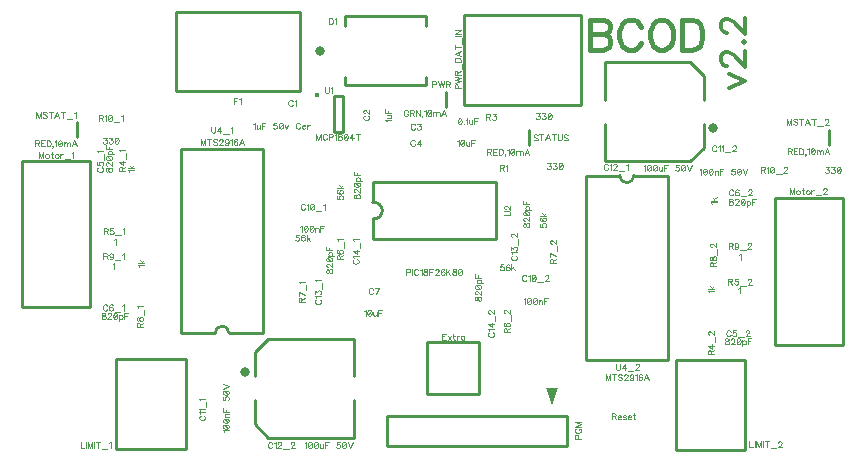
<source format=gbr>
G04 DipTrace 2.4.0.2*
%INTopSilk.gbr*%
%MOIN*%
%ADD10C,0.0098*%
%ADD12C,0.003*%
%ADD22C,0.0315*%
%ADD33C,0.0154*%
%ADD76C,0.0124*%
%FSLAX44Y44*%
G04*
G70*
G90*
G75*
G01*
%LNTopSilk*%
%LPD*%
X26302Y13599D2*
D10*
X23450D1*
X26751Y14048D2*
X26302Y13599D1*
Y16899D2*
X23450D1*
X26751Y16450D2*
X26302Y16899D1*
X26751Y14850D2*
Y14048D1*
Y16450D2*
Y15649D1*
X23450Y14850D2*
Y13599D1*
Y16899D2*
Y15649D1*
D22*
X27069Y14698D3*
X12241Y7670D2*
D10*
X15093D1*
X11792Y7221D2*
X12241Y7670D1*
Y4370D2*
X15093D1*
X11792Y4818D2*
X12241Y4370D1*
X11792Y6419D2*
Y7221D1*
Y4818D2*
Y5620D1*
X15093Y6419D2*
Y7670D1*
Y4370D2*
Y5620D1*
D22*
X11474Y6571D3*
X14794Y18422D2*
D10*
X17511D1*
X14794Y16138D2*
X17511D1*
X14794Y18422D2*
Y18107D1*
X17511Y18422D2*
Y18107D1*
X14794Y16414D2*
Y16138D1*
X17511Y16414D2*
Y16138D1*
D22*
X13948Y17280D3*
X19268Y7557D2*
D10*
X17536D1*
Y5825D1*
X19268D1*
Y7557D1*
X13286Y15937D2*
X9161D1*
Y18562D1*
X13286D1*
Y15937D1*
X7160Y7003D2*
X9483D1*
Y4010D1*
X7160D1*
Y7003D1*
X25815Y6975D2*
X28138D1*
Y3983D1*
X25815D1*
Y6975D1*
X6296Y13608D2*
X4032D1*
Y8729D1*
X6296D1*
Y13608D1*
X29134Y7480D2*
X31398D1*
Y12359D1*
X29134D1*
Y7480D1*
X5849Y14905D2*
Y14393D1*
X30935Y14641D2*
Y14130D1*
X22204Y4103D2*
X16205D1*
Y5103D1*
X22204D1*
Y4103D1*
X18148Y15914D2*
Y15402D1*
X22671Y15474D2*
X18773D1*
Y18468D1*
X22671D1*
Y15474D1*
X20927Y14629D2*
Y14118D1*
D33*
X13876Y15809D3*
X14417Y15757D2*
D10*
Y14576D1*
X14732Y15757D2*
Y14576D1*
X14417D2*
X14732D1*
X14417Y15757D2*
X14732D1*
X15723Y11002D2*
X19818D1*
X15723Y12892D2*
X19818D1*
Y11002D2*
Y12892D1*
X15723Y11002D2*
Y11671D1*
Y12223D2*
Y12892D1*
Y11671D2*
G03X15723Y12223I37J276D01*
G01*
X12074Y7861D2*
Y14003D1*
X9319D1*
Y7861D1*
X10460D1*
X12074D2*
X10933D1*
G03X10460Y7861I-236J0D01*
G01*
X22813Y13115D2*
Y6973D1*
X25568D1*
Y13115D1*
X24427D1*
X22813D2*
X23954D1*
G03X24427Y13115I236J0D01*
G01*
G36*
X21705Y5451D2*
X21904Y6049D1*
X21495D1*
X21705Y5451D1*
G37*
X13053Y15586D2*
D12*
X13043Y15605D1*
X13024Y15624D1*
X13005Y15634D1*
X12967D1*
X12948Y15624D1*
X12929Y15605D1*
X12919Y15586D1*
X12909Y15557D1*
Y15509D1*
X12919Y15481D1*
X12929Y15461D1*
X12948Y15442D1*
X12967Y15433D1*
X13005D1*
X13024Y15442D1*
X13043Y15461D1*
X13053Y15481D1*
X13115Y15595D2*
X13134Y15605D1*
X13163Y15633D1*
Y15433D1*
X11738Y14838D2*
X11758Y14848D1*
X11786Y14877D1*
Y14676D1*
X11848Y14810D2*
Y14714D1*
X11858Y14686D1*
X11877Y14676D1*
X11906D1*
X11925Y14686D1*
X11953Y14714D1*
Y14810D2*
Y14676D1*
X12140Y14877D2*
X12015D1*
Y14676D1*
Y14781D2*
X12092D1*
X12511Y14877D2*
X12415D1*
X12406Y14791D1*
X12415Y14800D1*
X12444Y14810D1*
X12472D1*
X12501Y14800D1*
X12520Y14781D1*
X12530Y14752D1*
Y14733D1*
X12520Y14705D1*
X12501Y14685D1*
X12472Y14676D1*
X12444D1*
X12415Y14685D1*
X12406Y14695D1*
X12396Y14714D1*
X12649Y14877D2*
X12620Y14867D1*
X12601Y14838D1*
X12592Y14791D1*
Y14762D1*
X12601Y14714D1*
X12620Y14685D1*
X12649Y14676D1*
X12668D1*
X12697Y14685D1*
X12716Y14714D1*
X12726Y14762D1*
Y14791D1*
X12716Y14838D1*
X12697Y14867D1*
X12668Y14877D1*
X12649D1*
X12716Y14838D2*
X12601Y14714D1*
X12787Y14810D2*
X12845Y14676D1*
X12902Y14810D1*
X13302Y14829D2*
X13292Y14848D1*
X13273Y14867D1*
X13254Y14877D1*
X13216D1*
X13196Y14867D1*
X13177Y14848D1*
X13168Y14829D1*
X13158Y14800D1*
Y14752D1*
X13168Y14724D1*
X13177Y14705D1*
X13196Y14686D1*
X13216Y14676D1*
X13254D1*
X13273Y14686D1*
X13292Y14705D1*
X13302Y14724D1*
X13363Y14752D2*
X13478D1*
Y14772D1*
X13469Y14791D1*
X13459Y14800D1*
X13440Y14810D1*
X13411D1*
X13392Y14800D1*
X13373Y14781D1*
X13363Y14752D1*
Y14733D1*
X13373Y14705D1*
X13392Y14686D1*
X13411Y14676D1*
X13440D1*
X13459Y14686D1*
X13478Y14705D1*
X13540Y14810D2*
Y14676D1*
Y14752D2*
X13550Y14781D1*
X13569Y14800D1*
X13588Y14810D1*
X13617D1*
X15452Y15114D2*
X15433Y15104D1*
X15413Y15085D1*
X15404Y15066D1*
Y15028D1*
X15413Y15009D1*
X15433Y14990D1*
X15452Y14980D1*
X15480Y14970D1*
X15528D1*
X15557Y14980D1*
X15576Y14990D1*
X15595Y15009D1*
X15605Y15028D1*
Y15066D1*
X15595Y15085D1*
X15576Y15104D1*
X15557Y15114D1*
X15452Y15185D2*
X15442D1*
X15423Y15195D1*
X15414Y15204D1*
X15404Y15224D1*
Y15262D1*
X15414Y15281D1*
X15423Y15290D1*
X15442Y15300D1*
X15461D1*
X15481Y15290D1*
X15509Y15271D1*
X15605Y15176D1*
Y15310D1*
X16183Y14917D2*
X16173Y14937D1*
X16144Y14965D1*
X16345D1*
X16211Y15027D2*
X16307D1*
X16335Y15037D1*
X16345Y15056D1*
Y15085D1*
X16335Y15104D1*
X16307Y15132D1*
X16211D2*
X16345D1*
X16144Y15319D2*
Y15194D1*
X16345D1*
X16240D2*
Y15271D1*
X17130Y14799D2*
X17121Y14818D1*
X17101Y14838D1*
X17082Y14847D1*
X17044D1*
X17025Y14838D1*
X17006Y14818D1*
X16996Y14799D1*
X16987Y14771D1*
Y14723D1*
X16996Y14694D1*
X17006Y14675D1*
X17025Y14656D1*
X17044Y14646D1*
X17082D1*
X17101Y14656D1*
X17121Y14675D1*
X17130Y14694D1*
X17211Y14847D2*
X17316D1*
X17259Y14770D1*
X17288D1*
X17307Y14761D1*
X17316Y14751D1*
X17326Y14723D1*
Y14704D1*
X17316Y14675D1*
X17297Y14656D1*
X17268Y14646D1*
X17240D1*
X17211Y14656D1*
X17202Y14665D1*
X17192Y14684D1*
X18610Y15020D2*
X18581Y15010D1*
X18562Y14982D1*
X18552Y14934D1*
Y14905D1*
X18562Y14857D1*
X18581Y14829D1*
X18610Y14819D1*
X18629D1*
X18657Y14829D1*
X18676Y14857D1*
X18686Y14905D1*
Y14934D1*
X18676Y14982D1*
X18657Y15010D1*
X18629Y15020D1*
X18610D1*
X18676Y14982D2*
X18562Y14857D1*
X18757Y14838D2*
X18748Y14829D1*
X18757Y14819D1*
X18767Y14829D1*
X18757Y14838D1*
X18829Y14982D2*
X18848Y14991D1*
X18877Y15020D1*
Y14819D1*
X18939Y14953D2*
Y14857D1*
X18948Y14829D1*
X18967Y14819D1*
X18996D1*
X19015Y14829D1*
X19044Y14857D1*
Y14953D2*
Y14819D1*
X19230Y15020D2*
X19106D1*
Y14819D1*
Y14924D2*
X19182D1*
X17123Y14256D2*
X17113Y14275D1*
X17094Y14294D1*
X17075Y14304D1*
X17037D1*
X17017Y14294D1*
X16998Y14275D1*
X16989Y14256D1*
X16979Y14227D1*
Y14179D1*
X16989Y14151D1*
X16998Y14132D1*
X17017Y14113D1*
X17037Y14103D1*
X17075D1*
X17094Y14113D1*
X17113Y14132D1*
X17123Y14151D1*
X17280Y14103D2*
Y14304D1*
X17184Y14170D1*
X17328D1*
X18535Y14270D2*
X18554Y14279D1*
X18583Y14308D1*
Y14107D1*
X18702Y14308D2*
X18673Y14298D1*
X18654Y14270D1*
X18645Y14222D1*
Y14193D1*
X18654Y14145D1*
X18673Y14117D1*
X18702Y14107D1*
X18721D1*
X18750Y14117D1*
X18769Y14145D1*
X18779Y14193D1*
Y14222D1*
X18769Y14270D1*
X18750Y14298D1*
X18721Y14308D1*
X18702D1*
X18769Y14270D2*
X18654Y14145D1*
X18840Y14241D2*
Y14145D1*
X18850Y14117D1*
X18869Y14107D1*
X18898D1*
X18917Y14117D1*
X18946Y14145D1*
Y14241D2*
Y14107D1*
X19132Y14308D2*
X19007D1*
Y14107D1*
Y14212D2*
X19084D1*
X15732Y9316D2*
X15723Y9335D1*
X15704Y9354D1*
X15684Y9364D1*
X15646D1*
X15627Y9354D1*
X15608Y9335D1*
X15598Y9316D1*
X15589Y9287D1*
Y9239D1*
X15598Y9211D1*
X15608Y9192D1*
X15627Y9173D1*
X15646Y9163D1*
X15684D1*
X15704Y9173D1*
X15723Y9192D1*
X15732Y9211D1*
X15832Y9163D2*
X15928Y9364D1*
X15794D1*
X15436Y8605D2*
X15455Y8615D1*
X15484Y8643D1*
Y8442D1*
X15603Y8643D2*
X15574Y8634D1*
X15555Y8605D1*
X15546Y8557D1*
Y8528D1*
X15555Y8481D1*
X15574Y8452D1*
X15603Y8442D1*
X15622D1*
X15651Y8452D1*
X15670Y8481D1*
X15680Y8528D1*
Y8557D1*
X15670Y8605D1*
X15651Y8634D1*
X15622Y8643D1*
X15603D1*
X15670Y8605D2*
X15555Y8481D1*
X15741Y8576D2*
Y8481D1*
X15751Y8452D1*
X15770Y8442D1*
X15799D1*
X15818Y8452D1*
X15847Y8481D1*
Y8576D2*
Y8442D1*
X16033Y8643D2*
X15908D1*
Y8442D1*
Y8548D2*
X15985D1*
X13461Y12129D2*
X13452Y12148D1*
X13432Y12167D1*
X13413Y12176D1*
X13375D1*
X13356Y12167D1*
X13337Y12148D1*
X13327Y12129D1*
X13318Y12100D1*
Y12052D1*
X13327Y12023D1*
X13337Y12004D1*
X13356Y11985D1*
X13375Y11975D1*
X13413D1*
X13432Y11985D1*
X13452Y12004D1*
X13461Y12023D1*
X13523Y12138D2*
X13542Y12148D1*
X13571Y12176D1*
Y11975D1*
X13690Y12176D2*
X13661Y12167D1*
X13642Y12138D1*
X13633Y12090D1*
Y12061D1*
X13642Y12014D1*
X13661Y11985D1*
X13690Y11975D1*
X13709D1*
X13738Y11985D1*
X13757Y12014D1*
X13767Y12061D1*
Y12090D1*
X13757Y12138D1*
X13738Y12167D1*
X13709Y12176D1*
X13690D1*
X13757Y12138D2*
X13642Y12014D1*
X13828Y11942D2*
X14010D1*
X14072Y12138D2*
X14091Y12148D1*
X14120Y12176D1*
Y11975D1*
X13310Y11409D2*
X13330Y11419D1*
X13358Y11448D1*
Y11247D1*
X13478Y11448D2*
X13449Y11438D1*
X13430Y11409D1*
X13420Y11362D1*
Y11333D1*
X13430Y11285D1*
X13449Y11256D1*
X13478Y11247D1*
X13497D1*
X13525Y11256D1*
X13544Y11285D1*
X13554Y11333D1*
Y11362D1*
X13544Y11409D1*
X13525Y11438D1*
X13497Y11448D1*
X13478D1*
X13544Y11409D2*
X13430Y11285D1*
X13673Y11448D2*
X13645Y11438D1*
X13625Y11409D1*
X13616Y11362D1*
Y11333D1*
X13625Y11285D1*
X13645Y11256D1*
X13673Y11247D1*
X13692D1*
X13721Y11256D1*
X13740Y11285D1*
X13750Y11333D1*
Y11362D1*
X13740Y11409D1*
X13721Y11438D1*
X13692Y11448D1*
X13673D1*
X13740Y11409D2*
X13625Y11285D1*
X13812Y11381D2*
Y11247D1*
Y11343D2*
X13840Y11371D1*
X13860Y11381D1*
X13888D1*
X13907Y11371D1*
X13917Y11343D1*
Y11247D1*
X14103Y11448D2*
X13979D1*
Y11247D1*
Y11352D2*
X14055D1*
X20842Y9751D2*
X20832Y9770D1*
X20813Y9789D1*
X20794Y9799D1*
X20756D1*
X20736Y9789D1*
X20717Y9770D1*
X20708Y9751D1*
X20698Y9722D1*
Y9674D1*
X20708Y9646D1*
X20717Y9626D1*
X20736Y9607D1*
X20756Y9598D1*
X20794D1*
X20813Y9607D1*
X20832Y9626D1*
X20842Y9646D1*
X20903Y9760D2*
X20923Y9770D1*
X20951Y9798D1*
Y9598D1*
X21071Y9798D2*
X21042Y9789D1*
X21023Y9760D1*
X21013Y9712D1*
Y9684D1*
X21023Y9636D1*
X21042Y9607D1*
X21071Y9598D1*
X21090D1*
X21118Y9607D1*
X21137Y9636D1*
X21147Y9684D1*
Y9712D1*
X21137Y9760D1*
X21118Y9789D1*
X21090Y9798D1*
X21071D1*
X21137Y9760D2*
X21023Y9636D1*
X21209Y9564D2*
X21391D1*
X21462Y9751D2*
Y9760D1*
X21472Y9779D1*
X21481Y9789D1*
X21500Y9798D1*
X21539D1*
X21558Y9789D1*
X21567Y9779D1*
X21577Y9760D1*
Y9741D1*
X21567Y9722D1*
X21548Y9693D1*
X21452Y9598D1*
X21586D1*
X20754Y8988D2*
X20773Y8997D1*
X20802Y9026D1*
Y8825D1*
X20921Y9026D2*
X20892Y9017D1*
X20873Y8988D1*
X20864Y8940D1*
Y8911D1*
X20873Y8864D1*
X20892Y8835D1*
X20921Y8825D1*
X20940D1*
X20969Y8835D1*
X20988Y8864D1*
X20998Y8911D1*
Y8940D1*
X20988Y8988D1*
X20969Y9017D1*
X20940Y9026D1*
X20921D1*
X20988Y8988D2*
X20873Y8864D1*
X21117Y9026D2*
X21088Y9017D1*
X21069Y8988D1*
X21059Y8940D1*
Y8911D1*
X21069Y8864D1*
X21088Y8835D1*
X21117Y8825D1*
X21136D1*
X21165Y8835D1*
X21184Y8864D1*
X21193Y8911D1*
Y8940D1*
X21184Y8988D1*
X21165Y9017D1*
X21136Y9026D1*
X21117D1*
X21184Y8988D2*
X21069Y8864D1*
X21255Y8959D2*
Y8825D1*
Y8921D2*
X21284Y8950D1*
X21303Y8959D1*
X21332D1*
X21351Y8950D1*
X21360Y8921D1*
Y8825D1*
X21547Y9026D2*
X21422D1*
Y8825D1*
Y8931D2*
X21499D1*
X9986Y5109D2*
X9967Y5100D1*
X9948Y5080D1*
X9938Y5061D1*
Y5023D1*
X9948Y5004D1*
X9967Y4985D1*
X9986Y4975D1*
X10015Y4966D1*
X10063D1*
X10091Y4975D1*
X10110Y4985D1*
X10129Y5004D1*
X10139Y5023D1*
Y5061D1*
X10129Y5080D1*
X10110Y5100D1*
X10091Y5109D1*
X9977Y5171D2*
X9967Y5190D1*
X9938Y5219D1*
X10139D1*
X9977Y5281D2*
X9967Y5300D1*
X9938Y5329D1*
X10139D1*
X10172Y5390D2*
Y5572D1*
X9977Y5634D2*
X9967Y5653D1*
X9938Y5682D1*
X10139D1*
X10757Y4571D2*
X10747Y4590D1*
X10719Y4619D1*
X10920D1*
X10719Y4738D2*
X10728Y4710D1*
X10757Y4690D1*
X10805Y4681D1*
X10834D1*
X10881Y4690D1*
X10910Y4710D1*
X10920Y4738D1*
Y4757D1*
X10910Y4786D1*
X10881Y4805D1*
X10834Y4815D1*
X10805D1*
X10757Y4805D1*
X10728Y4786D1*
X10719Y4757D1*
Y4738D1*
X10757Y4805D2*
X10881Y4690D1*
X10719Y4934D2*
X10728Y4905D1*
X10757Y4886D1*
X10805Y4877D1*
X10834D1*
X10881Y4886D1*
X10910Y4905D1*
X10920Y4934D1*
Y4953D1*
X10910Y4982D1*
X10881Y5001D1*
X10834Y5011D1*
X10805D1*
X10757Y5001D1*
X10728Y4982D1*
X10719Y4953D1*
Y4934D1*
X10757Y5001D2*
X10881Y4886D1*
X10786Y5072D2*
X10920D1*
X10824D2*
X10795Y5101D1*
X10786Y5120D1*
Y5149D1*
X10795Y5168D1*
X10824Y5178D1*
X10920D1*
X10719Y5364D2*
Y5239D1*
X10920D1*
X10814D2*
Y5316D1*
X10719Y5735D2*
Y5639D1*
X10805Y5630D1*
X10795Y5639D1*
X10786Y5668D1*
Y5696D1*
X10795Y5725D1*
X10814Y5744D1*
X10843Y5754D1*
X10862D1*
X10891Y5744D1*
X10910Y5725D1*
X10920Y5696D1*
Y5668D1*
X10910Y5639D1*
X10900Y5630D1*
X10881Y5620D1*
X10719Y5873D2*
X10728Y5844D1*
X10757Y5825D1*
X10805Y5816D1*
X10834D1*
X10881Y5825D1*
X10910Y5844D1*
X10920Y5873D1*
Y5892D1*
X10910Y5921D1*
X10881Y5940D1*
X10834Y5950D1*
X10805D1*
X10757Y5940D1*
X10728Y5921D1*
X10719Y5892D1*
Y5873D1*
X10757Y5940D2*
X10881Y5825D1*
X10719Y6011D2*
X10920Y6088D1*
X10719Y6164D1*
X27177Y14073D2*
X27168Y14092D1*
X27148Y14112D1*
X27129Y14121D1*
X27091D1*
X27072Y14112D1*
X27053Y14092D1*
X27043Y14073D1*
X27034Y14045D1*
Y13997D1*
X27043Y13968D1*
X27053Y13949D1*
X27072Y13930D1*
X27091Y13920D1*
X27129D1*
X27148Y13930D1*
X27168Y13949D1*
X27177Y13968D1*
X27239Y14083D2*
X27258Y14092D1*
X27287Y14121D1*
Y13920D1*
X27349Y14083D2*
X27368Y14092D1*
X27397Y14121D1*
Y13920D1*
X27458Y13887D2*
X27640D1*
X27712Y14073D2*
Y14083D1*
X27721Y14102D1*
X27731Y14112D1*
X27750Y14121D1*
X27788D1*
X27807Y14112D1*
X27817Y14102D1*
X27826Y14083D1*
Y14064D1*
X27817Y14045D1*
X27798Y14016D1*
X27702Y13920D1*
X27836D1*
X26616Y13308D2*
X26635Y13318D1*
X26664Y13347D1*
Y13146D1*
X26783Y13347D2*
X26755Y13337D1*
X26735Y13308D1*
X26726Y13261D1*
Y13232D1*
X26735Y13184D1*
X26755Y13155D1*
X26783Y13146D1*
X26802D1*
X26831Y13155D1*
X26850Y13184D1*
X26860Y13232D1*
Y13261D1*
X26850Y13308D1*
X26831Y13337D1*
X26802Y13347D1*
X26783D1*
X26850Y13308D2*
X26735Y13184D1*
X26979Y13347D2*
X26950Y13337D1*
X26931Y13308D1*
X26922Y13261D1*
Y13232D1*
X26931Y13184D1*
X26950Y13155D1*
X26979Y13146D1*
X26998D1*
X27027Y13155D1*
X27046Y13184D1*
X27056Y13232D1*
Y13261D1*
X27046Y13308D1*
X27027Y13337D1*
X26998Y13347D1*
X26979D1*
X27046Y13308D2*
X26931Y13184D1*
X27117Y13280D2*
Y13146D1*
Y13242D2*
X27146Y13270D1*
X27165Y13280D1*
X27194D1*
X27213Y13270D1*
X27223Y13242D1*
Y13146D1*
X27409Y13347D2*
X27284D1*
Y13146D1*
Y13251D2*
X27361D1*
X27780Y13347D2*
X27684D1*
X27675Y13261D1*
X27684Y13270D1*
X27713Y13280D1*
X27741D1*
X27770Y13270D1*
X27789Y13251D1*
X27799Y13222D1*
Y13203D1*
X27789Y13175D1*
X27770Y13155D1*
X27741Y13146D1*
X27713D1*
X27684Y13155D1*
X27675Y13165D1*
X27665Y13184D1*
X27918Y13347D2*
X27889Y13337D1*
X27870Y13308D1*
X27861Y13261D1*
Y13232D1*
X27870Y13184D1*
X27889Y13155D1*
X27918Y13146D1*
X27937D1*
X27966Y13155D1*
X27985Y13184D1*
X27995Y13232D1*
Y13261D1*
X27985Y13308D1*
X27966Y13337D1*
X27937Y13347D1*
X27918D1*
X27985Y13308D2*
X27870Y13184D1*
X28056Y13347D2*
X28133Y13146D1*
X28209Y13347D1*
X23558Y13456D2*
X23548Y13475D1*
X23529Y13494D1*
X23510Y13504D1*
X23472D1*
X23452Y13494D1*
X23433Y13475D1*
X23424Y13456D1*
X23414Y13427D1*
Y13379D1*
X23424Y13351D1*
X23433Y13332D1*
X23452Y13313D1*
X23472Y13303D1*
X23510D1*
X23529Y13313D1*
X23548Y13332D1*
X23558Y13351D1*
X23619Y13465D2*
X23639Y13475D1*
X23667Y13504D1*
Y13303D1*
X23739Y13456D2*
Y13465D1*
X23748Y13485D1*
X23758Y13494D1*
X23777Y13504D1*
X23815D1*
X23834Y13494D1*
X23844Y13485D1*
X23854Y13465D1*
Y13446D1*
X23844Y13427D1*
X23825Y13399D1*
X23729Y13303D1*
X23863D1*
X23925Y13270D2*
X24106D1*
X24168Y13465D2*
X24187Y13475D1*
X24216Y13504D1*
Y13303D1*
X24758Y13437D2*
X24777Y13447D1*
X24806Y13475D1*
Y13275D1*
X24925Y13475D2*
X24896Y13466D1*
X24877Y13437D1*
X24868Y13389D1*
Y13361D1*
X24877Y13313D1*
X24896Y13284D1*
X24925Y13275D1*
X24944D1*
X24973Y13284D1*
X24992Y13313D1*
X25002Y13361D1*
Y13389D1*
X24992Y13437D1*
X24973Y13466D1*
X24944Y13475D1*
X24925D1*
X24992Y13437D2*
X24877Y13313D1*
X25121Y13475D2*
X25092Y13466D1*
X25073Y13437D1*
X25063Y13389D1*
Y13361D1*
X25073Y13313D1*
X25092Y13284D1*
X25121Y13275D1*
X25140D1*
X25169Y13284D1*
X25188Y13313D1*
X25197Y13361D1*
Y13389D1*
X25188Y13437D1*
X25169Y13466D1*
X25140Y13475D1*
X25121D1*
X25188Y13437D2*
X25073Y13313D1*
X25259Y13409D2*
Y13313D1*
X25269Y13284D1*
X25288Y13275D1*
X25317D1*
X25336Y13284D1*
X25364Y13313D1*
Y13409D2*
Y13275D1*
X25551Y13476D2*
X25426D1*
Y13275D1*
Y13380D2*
X25503D1*
X25921Y13475D2*
X25826D1*
X25816Y13389D1*
X25826Y13399D1*
X25855Y13409D1*
X25883D1*
X25912Y13399D1*
X25931Y13380D1*
X25941Y13351D1*
Y13332D1*
X25931Y13303D1*
X25912Y13284D1*
X25883Y13275D1*
X25855D1*
X25826Y13284D1*
X25816Y13294D1*
X25807Y13313D1*
X26060Y13475D2*
X26031Y13466D1*
X26012Y13437D1*
X26002Y13389D1*
Y13361D1*
X26012Y13313D1*
X26031Y13284D1*
X26060Y13275D1*
X26079D1*
X26108Y13284D1*
X26127Y13313D1*
X26136Y13361D1*
Y13389D1*
X26127Y13437D1*
X26108Y13466D1*
X26079Y13475D1*
X26060D1*
X26127Y13437D2*
X26012Y13313D1*
X26198Y13476D2*
X26275Y13275D1*
X26351Y13476D1*
X12373Y4178D2*
X12363Y4198D1*
X12344Y4217D1*
X12325Y4226D1*
X12287D1*
X12268Y4217D1*
X12249Y4198D1*
X12239Y4178D1*
X12229Y4150D1*
Y4102D1*
X12239Y4073D1*
X12249Y4054D1*
X12268Y4035D1*
X12287Y4025D1*
X12325D1*
X12344Y4035D1*
X12363Y4054D1*
X12373Y4073D1*
X12435Y4188D2*
X12454Y4198D1*
X12483Y4226D1*
Y4025D1*
X12554Y4178D2*
Y4188D1*
X12564Y4207D1*
X12573Y4217D1*
X12592Y4226D1*
X12631D1*
X12650Y4217D1*
X12659Y4207D1*
X12669Y4188D1*
Y4169D1*
X12659Y4150D1*
X12640Y4121D1*
X12544Y4025D1*
X12678D1*
X12740Y3992D2*
X12922D1*
X12993Y4178D2*
Y4188D1*
X13003Y4207D1*
X13012Y4217D1*
X13032Y4226D1*
X13070D1*
X13089Y4217D1*
X13098Y4207D1*
X13108Y4188D1*
Y4169D1*
X13098Y4150D1*
X13079Y4121D1*
X12984Y4025D1*
X13118D1*
X13457Y4193D2*
X13476Y4203D1*
X13505Y4232D1*
Y4031D1*
X13624Y4232D2*
X13595Y4222D1*
X13576Y4193D1*
X13567Y4146D1*
Y4117D1*
X13576Y4069D1*
X13595Y4040D1*
X13624Y4031D1*
X13643D1*
X13672Y4040D1*
X13691Y4069D1*
X13700Y4117D1*
Y4146D1*
X13691Y4193D1*
X13672Y4222D1*
X13643Y4232D1*
X13624D1*
X13691Y4193D2*
X13576Y4069D1*
X13820Y4232D2*
X13791Y4222D1*
X13772Y4193D1*
X13762Y4146D1*
Y4117D1*
X13772Y4069D1*
X13791Y4040D1*
X13820Y4031D1*
X13839D1*
X13867Y4040D1*
X13886Y4069D1*
X13896Y4117D1*
Y4146D1*
X13886Y4193D1*
X13867Y4222D1*
X13839Y4232D1*
X13820D1*
X13886Y4193D2*
X13772Y4069D1*
X13958Y4165D2*
Y4069D1*
X13967Y4041D1*
X13987Y4031D1*
X14015D1*
X14034Y4041D1*
X14063Y4069D1*
Y4165D2*
Y4031D1*
X14249Y4232D2*
X14125D1*
Y4031D1*
Y4136D2*
X14201D1*
X14620Y4232D2*
X14525D1*
X14515Y4146D1*
X14525Y4155D1*
X14554Y4165D1*
X14582D1*
X14611Y4155D1*
X14630Y4136D1*
X14640Y4107D1*
Y4088D1*
X14630Y4060D1*
X14611Y4040D1*
X14582Y4031D1*
X14554D1*
X14525Y4040D1*
X14515Y4050D1*
X14506Y4069D1*
X14759Y4232D2*
X14730Y4222D1*
X14711Y4193D1*
X14701Y4146D1*
Y4117D1*
X14711Y4069D1*
X14730Y4040D1*
X14759Y4031D1*
X14778D1*
X14807Y4040D1*
X14826Y4069D1*
X14835Y4117D1*
Y4146D1*
X14826Y4193D1*
X14807Y4222D1*
X14778Y4232D1*
X14759D1*
X14826Y4193D2*
X14711Y4069D1*
X14897Y4232D2*
X14974Y4031D1*
X15050Y4232D1*
X13842Y8981D2*
X13823Y8971D1*
X13804Y8952D1*
X13794Y8933D1*
Y8895D1*
X13804Y8876D1*
X13823Y8857D1*
X13842Y8847D1*
X13871Y8838D1*
X13919D1*
X13947Y8847D1*
X13966Y8857D1*
X13985Y8876D1*
X13995Y8895D1*
Y8933D1*
X13985Y8952D1*
X13966Y8971D1*
X13947Y8981D1*
X13833Y9043D2*
X13823Y9062D1*
X13794Y9091D1*
X13995D1*
X13794Y9172D2*
Y9277D1*
X13871Y9219D1*
Y9248D1*
X13880Y9267D1*
X13890Y9277D1*
X13919Y9286D1*
X13938D1*
X13966Y9277D1*
X13985Y9258D1*
X13995Y9229D1*
Y9200D1*
X13985Y9172D1*
X13976Y9162D1*
X13957Y9152D1*
X14028Y9348D2*
Y9530D1*
X13833Y9592D2*
X13823Y9611D1*
X13794Y9640D1*
X13995D1*
X14174Y9909D2*
X14183Y9881D1*
X14202Y9871D1*
X14221D1*
X14240Y9881D1*
X14250Y9900D1*
X14260Y9938D1*
X14269Y9967D1*
X14288Y9986D1*
X14307Y9995D1*
X14336D1*
X14355Y9986D1*
X14365Y9976D1*
X14374Y9948D1*
Y9909D1*
X14365Y9881D1*
X14355Y9871D1*
X14336Y9862D1*
X14307D1*
X14288Y9871D1*
X14269Y9890D1*
X14260Y9919D1*
X14250Y9957D1*
X14240Y9976D1*
X14221Y9986D1*
X14202D1*
X14183Y9976D1*
X14174Y9948D1*
Y9909D1*
X14221Y10067D2*
X14212D1*
X14193Y10076D1*
X14183Y10086D1*
X14174Y10105D1*
Y10143D1*
X14183Y10162D1*
X14193Y10172D1*
X14212Y10182D1*
X14231D1*
X14250Y10172D1*
X14279Y10153D1*
X14374Y10057D1*
Y10191D1*
X14174Y10310D2*
X14183Y10282D1*
X14212Y10262D1*
X14260Y10253D1*
X14288D1*
X14336Y10262D1*
X14365Y10282D1*
X14374Y10310D1*
Y10329D1*
X14365Y10358D1*
X14336Y10377D1*
X14288Y10387D1*
X14260D1*
X14212Y10377D1*
X14183Y10358D1*
X14174Y10329D1*
Y10310D1*
X14212Y10377D2*
X14336Y10262D1*
X14240Y10449D2*
X14441D1*
X14269D2*
X14250Y10468D1*
X14240Y10487D1*
Y10516D1*
X14250Y10535D1*
X14269Y10554D1*
X14298Y10564D1*
X14317D1*
X14346Y10554D1*
X14365Y10535D1*
X14374Y10516D1*
Y10487D1*
X14365Y10468D1*
X14346Y10449D1*
X14173Y10750D2*
Y10625D1*
X14374D1*
X14269D2*
Y10702D1*
X20377Y10445D2*
X20358Y10435D1*
X20338Y10416D1*
X20329Y10397D1*
Y10359D1*
X20338Y10340D1*
X20358Y10321D1*
X20377Y10311D1*
X20405Y10301D1*
X20453D1*
X20482Y10311D1*
X20501Y10321D1*
X20520Y10340D1*
X20530Y10359D1*
Y10397D1*
X20520Y10416D1*
X20501Y10435D1*
X20482Y10445D1*
X20367Y10507D2*
X20358Y10526D1*
X20329Y10555D1*
X20530D1*
X20329Y10636D2*
Y10741D1*
X20406Y10683D1*
Y10712D1*
X20415Y10731D1*
X20425Y10741D1*
X20453Y10750D1*
X20472D1*
X20501Y10741D1*
X20520Y10722D1*
X20530Y10693D1*
Y10664D1*
X20520Y10636D1*
X20511Y10626D1*
X20492Y10616D1*
X20563Y10812D2*
Y10994D1*
X20377Y11065D2*
X20367D1*
X20348Y11075D1*
X20339Y11084D1*
X20329Y11104D1*
Y11142D1*
X20339Y11161D1*
X20348Y11170D1*
X20367Y11180D1*
X20386D1*
X20406Y11170D1*
X20434Y11151D1*
X20530Y11056D1*
Y11190D1*
X20740Y11440D2*
X20750Y11412D1*
X20769Y11402D1*
X20788D1*
X20807Y11412D1*
X20817Y11431D1*
X20826Y11469D1*
X20836Y11498D1*
X20855Y11517D1*
X20874Y11526D1*
X20903D1*
X20922Y11517D1*
X20932Y11507D1*
X20941Y11479D1*
Y11440D1*
X20932Y11412D1*
X20922Y11402D1*
X20903Y11393D1*
X20874D1*
X20855Y11402D1*
X20836Y11421D1*
X20826Y11450D1*
X20817Y11488D1*
X20807Y11507D1*
X20788Y11517D1*
X20769D1*
X20750Y11507D1*
X20740Y11479D1*
Y11440D1*
X20788Y11598D2*
X20779D1*
X20759Y11607D1*
X20750Y11617D1*
X20740Y11636D1*
Y11674D1*
X20750Y11693D1*
X20759Y11703D1*
X20779Y11713D1*
X20798D1*
X20817Y11703D1*
X20845Y11684D1*
X20941Y11588D1*
Y11722D1*
X20740Y11841D2*
X20750Y11813D1*
X20779Y11793D1*
X20826Y11784D1*
X20855D1*
X20903Y11793D1*
X20932Y11813D1*
X20941Y11841D1*
Y11860D1*
X20932Y11889D1*
X20903Y11908D1*
X20855Y11918D1*
X20826D1*
X20779Y11908D1*
X20750Y11889D1*
X20740Y11860D1*
Y11841D1*
X20779Y11908D2*
X20903Y11793D1*
X20807Y11980D2*
X21008D1*
X20836D2*
X20817Y11999D1*
X20807Y12018D1*
Y12047D1*
X20817Y12066D1*
X20836Y12085D1*
X20865Y12095D1*
X20884D1*
X20912Y12085D1*
X20932Y12066D1*
X20941Y12047D1*
Y12018D1*
X20932Y11999D1*
X20912Y11980D1*
X20740Y12281D2*
Y12156D1*
X20941D1*
X20836D2*
Y12233D1*
X15098Y10322D2*
X15079Y10312D1*
X15060Y10293D1*
X15051Y10274D1*
Y10236D1*
X15060Y10216D1*
X15079Y10197D1*
X15098Y10188D1*
X15127Y10178D1*
X15175D1*
X15204Y10188D1*
X15223Y10197D1*
X15242Y10216D1*
X15252Y10236D1*
Y10274D1*
X15242Y10293D1*
X15223Y10312D1*
X15204Y10322D1*
X15089Y10383D2*
X15079Y10403D1*
X15051Y10431D1*
X15252D1*
Y10589D2*
X15051D1*
X15185Y10493D1*
Y10637D1*
X15285Y10698D2*
Y10880D1*
X15089Y10942D2*
X15079Y10961D1*
X15051Y10990D1*
X15252D1*
X15093Y12402D2*
X15103Y12373D1*
X15122Y12364D1*
X15141D1*
X15160Y12373D1*
X15170Y12392D1*
X15179Y12431D1*
X15189Y12459D1*
X15208Y12478D1*
X15227Y12488D1*
X15256D1*
X15275Y12478D1*
X15284Y12469D1*
X15294Y12440D1*
Y12402D1*
X15284Y12373D1*
X15275Y12364D1*
X15256Y12354D1*
X15227D1*
X15208Y12364D1*
X15189Y12383D1*
X15179Y12411D1*
X15170Y12450D1*
X15160Y12469D1*
X15141Y12478D1*
X15122D1*
X15103Y12469D1*
X15093Y12440D1*
Y12402D1*
X15141Y12559D2*
X15131D1*
X15112Y12569D1*
X15103Y12578D1*
X15093Y12598D1*
Y12636D1*
X15103Y12655D1*
X15112Y12664D1*
X15131Y12674D1*
X15151D1*
X15170Y12664D1*
X15198Y12645D1*
X15294Y12550D1*
Y12684D1*
X15093Y12803D2*
X15103Y12774D1*
X15131Y12755D1*
X15179Y12745D1*
X15208D1*
X15256Y12755D1*
X15284Y12774D1*
X15294Y12803D1*
Y12822D1*
X15284Y12851D1*
X15256Y12870D1*
X15208Y12879D1*
X15179D1*
X15131Y12870D1*
X15103Y12851D1*
X15093Y12822D1*
Y12803D1*
X15131Y12870D2*
X15256Y12755D1*
X15160Y12941D2*
X15361D1*
X15189D2*
X15170Y12960D1*
X15160Y12979D1*
Y13008D1*
X15170Y13027D1*
X15189Y13046D1*
X15217Y13056D1*
X15237D1*
X15265Y13046D1*
X15284Y13027D1*
X15294Y13008D1*
Y12979D1*
X15284Y12960D1*
X15265Y12941D1*
X15093Y13242D2*
Y13118D1*
X15294D1*
X15189D2*
Y13194D1*
X19615Y7884D2*
X19596Y7874D1*
X19576Y7855D1*
X19567Y7836D1*
Y7798D1*
X19576Y7779D1*
X19596Y7760D1*
X19615Y7750D1*
X19643Y7741D1*
X19691D1*
X19720Y7750D1*
X19739Y7760D1*
X19758Y7779D1*
X19768Y7798D1*
Y7836D1*
X19758Y7855D1*
X19739Y7874D1*
X19720Y7884D1*
X19605Y7946D2*
X19596Y7965D1*
X19567Y7994D1*
X19768D1*
Y8151D2*
X19567D1*
X19701Y8055D1*
Y8199D1*
X19801Y8261D2*
Y8442D1*
X19615Y8514D2*
X19605D1*
X19586Y8523D1*
X19577Y8533D1*
X19567Y8552D1*
Y8590D1*
X19577Y8609D1*
X19586Y8619D1*
X19605Y8629D1*
X19624D1*
X19644Y8619D1*
X19672Y8600D1*
X19768Y8504D1*
Y8638D1*
X19135Y8996D2*
X19144Y8967D1*
X19163Y8958D1*
X19182D1*
X19201Y8967D1*
X19211Y8986D1*
X19221Y9025D1*
X19230Y9053D1*
X19249Y9072D1*
X19268Y9082D1*
X19297D1*
X19316Y9072D1*
X19326Y9063D1*
X19335Y9034D1*
Y8996D1*
X19326Y8967D1*
X19316Y8958D1*
X19297Y8948D1*
X19268D1*
X19249Y8958D1*
X19230Y8977D1*
X19221Y9005D1*
X19211Y9044D1*
X19201Y9063D1*
X19182Y9072D1*
X19163D1*
X19144Y9063D1*
X19135Y9034D1*
Y8996D1*
X19182Y9153D2*
X19173D1*
X19154Y9163D1*
X19144Y9172D1*
X19135Y9192D1*
Y9230D1*
X19144Y9249D1*
X19154Y9258D1*
X19173Y9268D1*
X19192D1*
X19211Y9258D1*
X19240Y9239D1*
X19335Y9144D1*
Y9278D1*
X19135Y9397D2*
X19144Y9368D1*
X19173Y9349D1*
X19221Y9339D1*
X19249D1*
X19297Y9349D1*
X19326Y9368D1*
X19335Y9397D1*
Y9416D1*
X19326Y9445D1*
X19297Y9464D1*
X19249Y9473D1*
X19221D1*
X19173Y9464D1*
X19144Y9445D1*
X19135Y9416D1*
Y9397D1*
X19173Y9464D2*
X19297Y9349D1*
X19201Y9535D2*
X19402D1*
X19230D2*
X19211Y9554D1*
X19201Y9573D1*
Y9602D1*
X19211Y9621D1*
X19230Y9640D1*
X19259Y9650D1*
X19278D1*
X19307Y9640D1*
X19326Y9621D1*
X19335Y9602D1*
Y9573D1*
X19326Y9554D1*
X19307Y9535D1*
X19134Y9836D2*
Y9712D1*
X19335D1*
X19230D2*
Y9788D1*
X6581Y13384D2*
X6562Y13374D1*
X6543Y13355D1*
X6534Y13336D1*
Y13298D1*
X6543Y13279D1*
X6562Y13260D1*
X6581Y13250D1*
X6610Y13240D1*
X6658D1*
X6687Y13250D1*
X6706Y13260D1*
X6725Y13279D1*
X6735Y13298D1*
Y13336D1*
X6725Y13355D1*
X6706Y13374D1*
X6687Y13384D1*
X6534Y13560D2*
Y13465D1*
X6620Y13455D1*
X6610Y13465D1*
X6601Y13494D1*
Y13522D1*
X6610Y13551D1*
X6629Y13570D1*
X6658Y13580D1*
X6677D1*
X6706Y13570D1*
X6725Y13551D1*
X6735Y13522D1*
Y13494D1*
X6725Y13465D1*
X6715Y13455D1*
X6696Y13446D1*
X6768Y13641D2*
Y13823D1*
X6572Y13885D2*
X6562Y13904D1*
X6534Y13933D1*
X6735D1*
X6826Y13286D2*
X6835Y13257D1*
X6854Y13248D1*
X6873D1*
X6892Y13257D1*
X6902Y13276D1*
X6912Y13315D1*
X6921Y13343D1*
X6940Y13362D1*
X6959Y13372D1*
X6988D1*
X7007Y13362D1*
X7017Y13353D1*
X7026Y13324D1*
Y13286D1*
X7017Y13257D1*
X7007Y13248D1*
X6988Y13238D1*
X6959D1*
X6940Y13248D1*
X6921Y13267D1*
X6912Y13295D1*
X6902Y13334D1*
X6892Y13353D1*
X6873Y13362D1*
X6854D1*
X6835Y13353D1*
X6826Y13324D1*
Y13286D1*
X6873Y13443D2*
X6864D1*
X6845Y13453D1*
X6835Y13462D1*
X6826Y13482D1*
Y13520D1*
X6835Y13539D1*
X6845Y13548D1*
X6864Y13558D1*
X6883D1*
X6902Y13548D1*
X6931Y13529D1*
X7026Y13434D1*
Y13568D1*
X6826Y13687D2*
X6835Y13658D1*
X6864Y13639D1*
X6912Y13629D1*
X6940D1*
X6988Y13639D1*
X7017Y13658D1*
X7026Y13687D1*
Y13706D1*
X7017Y13735D1*
X6988Y13754D1*
X6940Y13763D1*
X6912D1*
X6864Y13754D1*
X6835Y13735D1*
X6826Y13706D1*
Y13687D1*
X6864Y13754D2*
X6988Y13639D1*
X6892Y13825D2*
X7093D1*
X6921D2*
X6902Y13844D1*
X6892Y13863D1*
Y13892D1*
X6902Y13911D1*
X6921Y13930D1*
X6950Y13940D1*
X6969D1*
X6998Y13930D1*
X7017Y13911D1*
X7026Y13892D1*
Y13863D1*
X7017Y13844D1*
X6998Y13825D1*
X6825Y14126D2*
Y14002D1*
X7026D1*
X6921D2*
Y14078D1*
X27650Y7912D2*
X27640Y7931D1*
X27621Y7950D1*
X27602Y7959D1*
X27564D1*
X27545Y7950D1*
X27526Y7931D1*
X27516Y7912D1*
X27506Y7883D1*
Y7835D1*
X27516Y7806D1*
X27526Y7787D1*
X27545Y7768D1*
X27564Y7758D1*
X27602D1*
X27621Y7768D1*
X27640Y7787D1*
X27650Y7806D1*
X27826Y7959D2*
X27731D1*
X27721Y7873D1*
X27731Y7883D1*
X27759Y7892D1*
X27788D1*
X27817Y7883D1*
X27836Y7864D1*
X27845Y7835D1*
Y7816D1*
X27836Y7787D1*
X27817Y7768D1*
X27788Y7758D1*
X27759D1*
X27731Y7768D1*
X27721Y7778D1*
X27712Y7797D1*
X27907Y7725D2*
X28089D1*
X28160Y7911D2*
Y7921D1*
X28170Y7940D1*
X28179Y7950D1*
X28199Y7959D1*
X28237D1*
X28256Y7950D1*
X28265Y7940D1*
X28275Y7921D1*
Y7902D1*
X28265Y7883D1*
X28246Y7854D1*
X28151Y7758D1*
X28285D1*
X27505Y7688D2*
X27477Y7678D1*
X27467Y7659D1*
Y7640D1*
X27477Y7621D1*
X27496Y7611D1*
X27534Y7602D1*
X27563Y7592D1*
X27582Y7573D1*
X27591Y7554D1*
Y7525D1*
X27582Y7506D1*
X27572Y7496D1*
X27543Y7487D1*
X27505D1*
X27477Y7496D1*
X27467Y7506D1*
X27457Y7525D1*
Y7554D1*
X27467Y7573D1*
X27486Y7592D1*
X27515Y7602D1*
X27553Y7611D1*
X27572Y7621D1*
X27582Y7640D1*
Y7659D1*
X27572Y7678D1*
X27543Y7688D1*
X27505D1*
X27663Y7640D2*
Y7649D1*
X27672Y7669D1*
X27682Y7678D1*
X27701Y7688D1*
X27739D1*
X27758Y7678D1*
X27768Y7669D1*
X27777Y7649D1*
Y7630D1*
X27768Y7611D1*
X27749Y7583D1*
X27653Y7487D1*
X27787D1*
X27906Y7688D2*
X27877Y7678D1*
X27858Y7649D1*
X27849Y7602D1*
Y7573D1*
X27858Y7525D1*
X27877Y7496D1*
X27906Y7487D1*
X27925D1*
X27954Y7496D1*
X27973Y7525D1*
X27983Y7573D1*
Y7602D1*
X27973Y7649D1*
X27954Y7678D1*
X27925Y7688D1*
X27906D1*
X27973Y7649D2*
X27858Y7525D1*
X28044Y7621D2*
Y7420D1*
Y7592D2*
X28064Y7611D1*
X28083Y7621D1*
X28111D1*
X28131Y7611D1*
X28150Y7592D1*
X28159Y7563D1*
Y7544D1*
X28150Y7516D1*
X28131Y7496D1*
X28111Y7487D1*
X28083D1*
X28064Y7496D1*
X28044Y7516D1*
X28346Y7688D2*
X28221D1*
Y7487D1*
Y7592D2*
X28298D1*
X6874Y8769D2*
X6865Y8788D1*
X6846Y8808D1*
X6827Y8817D1*
X6788D1*
X6769Y8808D1*
X6750Y8788D1*
X6740Y8769D1*
X6731Y8741D1*
Y8693D1*
X6740Y8664D1*
X6750Y8645D1*
X6769Y8626D1*
X6788Y8616D1*
X6827D1*
X6846Y8626D1*
X6865Y8645D1*
X6874Y8664D1*
X7051Y8788D2*
X7041Y8807D1*
X7013Y8817D1*
X6994D1*
X6965Y8807D1*
X6946Y8779D1*
X6936Y8731D1*
Y8683D1*
X6946Y8645D1*
X6965Y8626D1*
X6994Y8616D1*
X7003D1*
X7032Y8626D1*
X7051Y8645D1*
X7060Y8674D1*
Y8683D1*
X7051Y8712D1*
X7032Y8731D1*
X7003Y8740D1*
X6994D1*
X6965Y8731D1*
X6946Y8712D1*
X6936Y8683D1*
X7122Y8583D2*
X7304D1*
X7366Y8779D2*
X7385Y8788D1*
X7414Y8817D1*
Y8616D1*
X6728Y8531D2*
X6699Y8522D1*
X6690Y8503D1*
Y8484D1*
X6699Y8465D1*
X6718Y8455D1*
X6757Y8445D1*
X6785Y8436D1*
X6804Y8417D1*
X6814Y8398D1*
Y8369D1*
X6804Y8350D1*
X6795Y8340D1*
X6766Y8331D1*
X6728D1*
X6699Y8340D1*
X6690Y8350D1*
X6680Y8369D1*
Y8398D1*
X6690Y8417D1*
X6709Y8436D1*
X6737Y8445D1*
X6776Y8455D1*
X6795Y8465D1*
X6804Y8484D1*
Y8503D1*
X6795Y8522D1*
X6766Y8531D1*
X6728D1*
X6885Y8484D2*
Y8493D1*
X6895Y8512D1*
X6904Y8522D1*
X6924Y8531D1*
X6962D1*
X6981Y8522D1*
X6990Y8512D1*
X7000Y8493D1*
Y8474D1*
X6990Y8455D1*
X6971Y8426D1*
X6876Y8331D1*
X7010D1*
X7129Y8531D2*
X7100Y8522D1*
X7081Y8493D1*
X7071Y8445D1*
Y8417D1*
X7081Y8369D1*
X7100Y8340D1*
X7129Y8331D1*
X7148D1*
X7177Y8340D1*
X7196Y8369D1*
X7205Y8417D1*
Y8445D1*
X7196Y8493D1*
X7177Y8522D1*
X7148Y8531D1*
X7129D1*
X7196Y8493D2*
X7081Y8369D1*
X7267Y8465D2*
Y8264D1*
Y8436D2*
X7286Y8455D1*
X7305Y8465D1*
X7334D1*
X7353Y8455D1*
X7372Y8436D1*
X7382Y8407D1*
Y8388D1*
X7372Y8359D1*
X7353Y8340D1*
X7334Y8331D1*
X7305D1*
X7286Y8340D1*
X7267Y8359D1*
X7568Y8532D2*
X7444D1*
Y8331D1*
Y8436D2*
X7520D1*
X27738Y12605D2*
X27729Y12624D1*
X27710Y12644D1*
X27691Y12653D1*
X27652D1*
X27633Y12644D1*
X27614Y12624D1*
X27604Y12605D1*
X27595Y12577D1*
Y12529D1*
X27604Y12500D1*
X27614Y12481D1*
X27633Y12462D1*
X27652Y12452D1*
X27691D1*
X27710Y12462D1*
X27729Y12481D1*
X27738Y12500D1*
X27915Y12624D2*
X27905Y12643D1*
X27877Y12653D1*
X27858D1*
X27829Y12643D1*
X27810Y12615D1*
X27800Y12567D1*
Y12519D1*
X27810Y12481D1*
X27829Y12462D1*
X27858Y12452D1*
X27867D1*
X27896Y12462D1*
X27915Y12481D1*
X27924Y12510D1*
Y12519D1*
X27915Y12548D1*
X27896Y12567D1*
X27867Y12576D1*
X27858D1*
X27829Y12567D1*
X27810Y12548D1*
X27800Y12519D1*
X27986Y12419D2*
X28168D1*
X28239Y12605D2*
Y12615D1*
X28249Y12634D1*
X28258Y12643D1*
X28278Y12653D1*
X28316D1*
X28335Y12643D1*
X28344Y12634D1*
X28354Y12615D1*
Y12596D1*
X28344Y12576D1*
X28325Y12548D1*
X28230Y12452D1*
X28364D1*
X27641Y12339D2*
X27612Y12329D1*
X27603Y12310D1*
Y12291D1*
X27612Y12272D1*
X27631Y12262D1*
X27670Y12253D1*
X27698Y12243D1*
X27717Y12224D1*
X27727Y12205D1*
Y12176D1*
X27717Y12157D1*
X27708Y12148D1*
X27679Y12138D1*
X27641D1*
X27612Y12148D1*
X27603Y12157D1*
X27593Y12176D1*
Y12205D1*
X27603Y12224D1*
X27622Y12243D1*
X27650Y12253D1*
X27689Y12262D1*
X27708Y12272D1*
X27717Y12291D1*
Y12310D1*
X27708Y12329D1*
X27679Y12339D1*
X27641D1*
X27798Y12291D2*
Y12301D1*
X27808Y12320D1*
X27817Y12329D1*
X27837Y12339D1*
X27875D1*
X27894Y12329D1*
X27903Y12320D1*
X27913Y12301D1*
Y12282D1*
X27903Y12262D1*
X27884Y12234D1*
X27789Y12138D1*
X27923D1*
X28042Y12339D2*
X28013Y12329D1*
X27994Y12301D1*
X27984Y12253D1*
Y12224D1*
X27994Y12176D1*
X28013Y12148D1*
X28042Y12138D1*
X28061D1*
X28090Y12148D1*
X28109Y12176D1*
X28118Y12224D1*
Y12253D1*
X28109Y12301D1*
X28090Y12329D1*
X28061Y12339D1*
X28042D1*
X28109Y12301D2*
X27994Y12176D1*
X28180Y12272D2*
Y12071D1*
Y12243D2*
X28199Y12262D1*
X28218Y12272D1*
X28247D1*
X28266Y12262D1*
X28285Y12243D1*
X28295Y12215D1*
Y12195D1*
X28285Y12167D1*
X28266Y12148D1*
X28247Y12138D1*
X28218D1*
X28199Y12148D1*
X28180Y12167D1*
X28481Y12339D2*
X28357D1*
Y12138D1*
Y12243D2*
X28433D1*
X14260Y18364D2*
Y18163D1*
X14327D1*
X14356Y18172D1*
X14375Y18191D1*
X14384Y18211D1*
X14394Y18239D1*
Y18287D1*
X14384Y18316D1*
X14375Y18335D1*
X14356Y18354D1*
X14327Y18364D1*
X14260D1*
X14456Y18325D2*
X14475Y18335D1*
X14504Y18363D1*
Y18163D1*
X18154Y7850D2*
X18029D1*
Y7649D1*
X18154D1*
X18029Y7754D2*
X18106D1*
X18215Y7783D2*
X18321Y7649D1*
Y7783D2*
X18215Y7649D1*
X18411Y7850D2*
Y7687D1*
X18421Y7659D1*
X18440Y7649D1*
X18459D1*
X18382Y7783D2*
X18449D1*
X18521D2*
Y7649D1*
Y7726D2*
X18530Y7754D1*
X18549Y7774D1*
X18569Y7783D1*
X18597D1*
X18774D2*
Y7649D1*
Y7754D2*
X18755Y7774D1*
X18736Y7783D1*
X18707D1*
X18688Y7774D1*
X18669Y7754D1*
X18659Y7726D1*
Y7707D1*
X18669Y7678D1*
X18688Y7659D1*
X18707Y7649D1*
X18736D1*
X18755Y7659D1*
X18774Y7678D1*
X11209Y15712D2*
X11085D1*
Y15511D1*
Y15616D2*
X11161D1*
X11271Y15674D2*
X11290Y15683D1*
X11319Y15712D1*
Y15511D1*
X5985Y4245D2*
Y4044D1*
X6100D1*
X6162Y4245D2*
Y4044D1*
X6377D2*
Y4245D1*
X6300Y4044D1*
X6224Y4245D1*
Y4044D1*
X6438Y4245D2*
Y4044D1*
X6567Y4245D2*
Y4044D1*
X6500Y4245D2*
X6634D1*
X6696Y4011D2*
X6878D1*
X6939Y4207D2*
X6959Y4217D1*
X6987Y4245D1*
Y4044D1*
X28272Y4254D2*
Y4053D1*
X28386D1*
X28448Y4254D2*
Y4053D1*
X28663D2*
Y4254D1*
X28586Y4053D1*
X28510Y4254D1*
Y4053D1*
X28725Y4254D2*
Y4053D1*
X28853Y4254D2*
Y4053D1*
X28786Y4254D2*
X28920D1*
X28982Y4020D2*
X29164D1*
X29235Y4206D2*
Y4216D1*
X29245Y4235D1*
X29254Y4245D1*
X29274Y4254D1*
X29312D1*
X29331Y4245D1*
X29340Y4235D1*
X29350Y4216D1*
Y4197D1*
X29340Y4178D1*
X29321Y4149D1*
X29226Y4053D1*
X29360D1*
X4739Y13700D2*
Y13901D1*
X4663Y13700D1*
X4586Y13901D1*
Y13700D1*
X4849Y13834D2*
X4830Y13824D1*
X4811Y13805D1*
X4801Y13776D1*
Y13757D1*
X4811Y13729D1*
X4830Y13710D1*
X4849Y13700D1*
X4878D1*
X4897Y13710D1*
X4916Y13729D1*
X4926Y13757D1*
Y13776D1*
X4916Y13805D1*
X4897Y13824D1*
X4878Y13834D1*
X4849D1*
X5016Y13901D2*
Y13738D1*
X5026Y13710D1*
X5045Y13700D1*
X5064D1*
X4987Y13834D2*
X5054D1*
X5173D2*
X5154Y13824D1*
X5135Y13805D1*
X5126Y13776D1*
Y13757D1*
X5135Y13729D1*
X5154Y13710D1*
X5173Y13700D1*
X5202D1*
X5221Y13710D1*
X5240Y13729D1*
X5250Y13757D1*
Y13776D1*
X5240Y13805D1*
X5221Y13824D1*
X5202Y13834D1*
X5173D1*
X5312D2*
Y13700D1*
Y13776D2*
X5321Y13805D1*
X5341Y13824D1*
X5360Y13834D1*
X5388D1*
X5450Y13667D2*
X5632D1*
X5694Y13862D2*
X5713Y13872D1*
X5742Y13901D1*
Y13700D1*
X29774Y12491D2*
Y12692D1*
X29697Y12491D1*
X29621Y12692D1*
Y12491D1*
X29883Y12625D2*
X29864Y12616D1*
X29845Y12596D1*
X29835Y12568D1*
Y12549D1*
X29845Y12520D1*
X29864Y12501D1*
X29883Y12491D1*
X29912D1*
X29931Y12501D1*
X29950Y12520D1*
X29960Y12549D1*
Y12568D1*
X29950Y12596D1*
X29931Y12616D1*
X29912Y12625D1*
X29883D1*
X30050Y12692D2*
Y12529D1*
X30060Y12501D1*
X30079Y12491D1*
X30098D1*
X30022Y12625D2*
X30089D1*
X30208D2*
X30189Y12616D1*
X30169Y12596D1*
X30160Y12568D1*
Y12549D1*
X30169Y12520D1*
X30189Y12501D1*
X30208Y12491D1*
X30236D1*
X30256Y12501D1*
X30275Y12520D1*
X30284Y12549D1*
Y12568D1*
X30275Y12596D1*
X30256Y12616D1*
X30236Y12625D1*
X30208D1*
X30346D2*
Y12491D1*
Y12568D2*
X30356Y12596D1*
X30375Y12616D1*
X30394Y12625D1*
X30423D1*
X30485Y12458D2*
X30666D1*
X30738Y12644D2*
Y12654D1*
X30747Y12673D1*
X30757Y12682D1*
X30776Y12692D1*
X30814D1*
X30833Y12682D1*
X30843Y12673D1*
X30853Y12654D1*
Y12635D1*
X30843Y12615D1*
X30824Y12587D1*
X30728Y12491D1*
X30862D1*
X4659Y15036D2*
Y15237D1*
X4582Y15036D1*
X4506Y15237D1*
Y15036D1*
X4855Y15208D2*
X4836Y15227D1*
X4807Y15237D1*
X4769D1*
X4740Y15227D1*
X4721Y15208D1*
Y15189D1*
X4730Y15170D1*
X4740Y15160D1*
X4759Y15151D1*
X4816Y15132D1*
X4836Y15122D1*
X4845Y15113D1*
X4855Y15094D1*
Y15065D1*
X4836Y15046D1*
X4807Y15036D1*
X4769D1*
X4740Y15046D1*
X4721Y15065D1*
X4983Y15237D2*
Y15036D1*
X4916Y15237D2*
X5050D1*
X5265Y15036D2*
X5189Y15237D1*
X5112Y15036D1*
X5141Y15103D2*
X5237D1*
X5394Y15237D2*
Y15036D1*
X5327Y15237D2*
X5461D1*
X5523Y15003D2*
X5705D1*
X5766Y15199D2*
X5786Y15208D1*
X5814Y15237D1*
Y15036D1*
X4465Y14190D2*
X4551D1*
X4580Y14200D1*
X4590Y14209D1*
X4599Y14228D1*
Y14247D1*
X4590Y14266D1*
X4580Y14276D1*
X4551Y14286D1*
X4465D1*
Y14085D1*
X4532Y14190D2*
X4599Y14085D1*
X4785Y14286D2*
X4661D1*
Y14085D1*
X4785D1*
X4661Y14190D2*
X4738D1*
X4847Y14286D2*
Y14085D1*
X4914D1*
X4943Y14094D1*
X4962Y14113D1*
X4971Y14133D1*
X4981Y14161D1*
Y14209D1*
X4971Y14238D1*
X4962Y14257D1*
X4943Y14276D1*
X4914Y14286D1*
X4847D1*
X5062Y14094D2*
X5052Y14085D1*
X5043Y14094D1*
X5052Y14104D1*
X5062Y14094D1*
Y14075D1*
X5052Y14056D1*
X5043Y14047D1*
X5124Y14247D2*
X5143Y14257D1*
X5172Y14285D1*
Y14085D1*
X5291Y14285D2*
X5262Y14276D1*
X5243Y14247D1*
X5233Y14199D1*
Y14171D1*
X5243Y14123D1*
X5262Y14094D1*
X5291Y14085D1*
X5310D1*
X5339Y14094D1*
X5358Y14123D1*
X5367Y14171D1*
Y14199D1*
X5358Y14247D1*
X5339Y14276D1*
X5310Y14285D1*
X5291D1*
X5358Y14247D2*
X5243Y14123D1*
X5429Y14219D2*
Y14085D1*
Y14180D2*
X5458Y14209D1*
X5477Y14219D1*
X5506D1*
X5525Y14209D1*
X5534Y14180D1*
Y14085D1*
Y14180D2*
X5563Y14209D1*
X5582Y14219D1*
X5611D1*
X5630Y14209D1*
X5640Y14180D1*
Y14085D1*
X5855D2*
X5778Y14286D1*
X5702Y14085D1*
X5730Y14152D2*
X5826D1*
X29678Y14811D2*
Y15012D1*
X29601Y14811D1*
X29525Y15012D1*
Y14811D1*
X29873Y14983D2*
X29854Y15002D1*
X29826Y15012D1*
X29787D1*
X29759Y15002D1*
X29740Y14983D1*
Y14964D1*
X29749Y14945D1*
X29759Y14935D1*
X29778Y14926D1*
X29835Y14906D1*
X29854Y14897D1*
X29864Y14887D1*
X29873Y14868D1*
Y14839D1*
X29854Y14820D1*
X29826Y14811D1*
X29787D1*
X29759Y14820D1*
X29740Y14839D1*
X30002Y15012D2*
Y14811D1*
X29935Y15012D2*
X30069D1*
X30284Y14811D2*
X30207Y15012D1*
X30131Y14811D1*
X30160Y14878D2*
X30255D1*
X30413Y15012D2*
Y14811D1*
X30346Y15012D2*
X30480D1*
X30542Y14777D2*
X30723D1*
X30795Y14964D2*
Y14973D1*
X30804Y14992D1*
X30814Y15002D1*
X30833Y15011D1*
X30871D1*
X30890Y15002D1*
X30900Y14992D1*
X30910Y14973D1*
Y14954D1*
X30900Y14935D1*
X30881Y14906D1*
X30785Y14811D1*
X30919D1*
X29551Y13927D2*
X29637D1*
X29666Y13936D1*
X29676Y13946D1*
X29685Y13965D1*
Y13984D1*
X29676Y14003D1*
X29666Y14013D1*
X29637Y14022D1*
X29551D1*
Y13821D1*
X29618Y13927D2*
X29685Y13821D1*
X29871Y14022D2*
X29747D1*
Y13821D1*
X29871D1*
X29747Y13927D2*
X29823D1*
X29933Y14022D2*
Y13821D1*
X30000D1*
X30029Y13831D1*
X30048Y13850D1*
X30057Y13869D1*
X30067Y13898D1*
Y13946D1*
X30057Y13975D1*
X30048Y13994D1*
X30029Y14013D1*
X30000Y14022D1*
X29933D1*
X30148Y13831D2*
X30138Y13821D1*
X30129Y13831D1*
X30138Y13841D1*
X30148Y13831D1*
Y13812D1*
X30138Y13793D1*
X30129Y13783D1*
X30210Y13984D2*
X30229Y13994D1*
X30258Y14022D1*
Y13821D1*
X30377Y14022D2*
X30348Y14013D1*
X30329Y13984D1*
X30319Y13936D1*
Y13907D1*
X30329Y13860D1*
X30348Y13831D1*
X30377Y13821D1*
X30396D1*
X30425Y13831D1*
X30444Y13860D1*
X30453Y13907D1*
Y13936D1*
X30444Y13984D1*
X30425Y14013D1*
X30396Y14022D1*
X30377D1*
X30444Y13984D2*
X30329Y13860D1*
X30515Y13955D2*
Y13821D1*
Y13917D2*
X30544Y13946D1*
X30563Y13955D1*
X30592D1*
X30611Y13946D1*
X30620Y13917D1*
Y13821D1*
Y13917D2*
X30649Y13946D1*
X30668Y13955D1*
X30697D1*
X30716Y13946D1*
X30726Y13917D1*
Y13821D1*
X30941D2*
X30864Y14022D1*
X30787Y13821D1*
X30816Y13888D2*
X30912D1*
X22563Y4342D2*
Y4428D1*
X22553Y4457D1*
X22544Y4467D1*
X22525Y4476D1*
X22496D1*
X22477Y4467D1*
X22467Y4457D1*
X22458Y4428D1*
Y4342D1*
X22659D1*
X22505Y4681D2*
X22486Y4672D1*
X22467Y4653D1*
X22458Y4634D1*
Y4595D1*
X22467Y4576D1*
X22486Y4557D1*
X22505Y4547D1*
X22534Y4538D1*
X22582D1*
X22611Y4547D1*
X22630Y4557D1*
X22649Y4576D1*
X22659Y4595D1*
Y4634D1*
X22649Y4653D1*
X22630Y4672D1*
X22611Y4681D1*
X22582D1*
Y4634D1*
X22659Y4896D2*
X22458D1*
X22659Y4820D1*
X22458Y4743D1*
X22659D1*
X17711Y16153D2*
X17797D1*
X17825Y16163D1*
X17835Y16172D1*
X17845Y16191D1*
Y16220D1*
X17835Y16239D1*
X17825Y16249D1*
X17797Y16258D1*
X17711D1*
Y16057D1*
X17906Y16258D2*
X17954Y16057D1*
X18002Y16258D1*
X18050Y16057D1*
X18098Y16258D1*
X18160Y16163D2*
X18246D1*
X18274Y16172D1*
X18284Y16182D1*
X18294Y16201D1*
Y16220D1*
X18284Y16239D1*
X18274Y16249D1*
X18246Y16258D1*
X18160D1*
Y16057D1*
X18227Y16163D2*
X18294Y16057D1*
X16899Y15247D2*
X16889Y15266D1*
X16870Y15286D1*
X16851Y15295D1*
X16813D1*
X16793Y15286D1*
X16774Y15266D1*
X16765Y15247D1*
X16755Y15219D1*
Y15171D1*
X16765Y15142D1*
X16774Y15123D1*
X16793Y15104D1*
X16813Y15094D1*
X16851D1*
X16870Y15104D1*
X16889Y15123D1*
X16899Y15142D1*
Y15171D1*
X16851D1*
X16960Y15199D2*
X17046D1*
X17075Y15209D1*
X17085Y15219D1*
X17094Y15238D1*
Y15257D1*
X17085Y15276D1*
X17075Y15286D1*
X17046Y15295D1*
X16960D1*
Y15094D1*
X17027Y15199D2*
X17094Y15094D1*
X17290Y15295D2*
Y15094D1*
X17156Y15295D1*
Y15094D1*
X17371Y15104D2*
X17361Y15094D1*
X17352Y15104D1*
X17361Y15113D1*
X17371Y15104D1*
Y15085D1*
X17361Y15065D1*
X17352Y15056D1*
X17433Y15257D2*
X17452Y15266D1*
X17481Y15295D1*
Y15094D1*
X17600Y15295D2*
X17571Y15285D1*
X17552Y15257D1*
X17543Y15209D1*
Y15180D1*
X17552Y15132D1*
X17571Y15104D1*
X17600Y15094D1*
X17619D1*
X17648Y15104D1*
X17667Y15132D1*
X17677Y15180D1*
Y15209D1*
X17667Y15257D1*
X17648Y15285D1*
X17619Y15295D1*
X17600D1*
X17667Y15257D2*
X17552Y15132D1*
X17738Y15228D2*
Y15094D1*
Y15190D2*
X17767Y15219D1*
X17786Y15228D1*
X17815D1*
X17834Y15219D1*
X17844Y15190D1*
Y15094D1*
Y15190D2*
X17872Y15219D1*
X17891Y15228D1*
X17920D1*
X17939Y15219D1*
X17949Y15190D1*
Y15094D1*
X18164D2*
X18087Y15295D1*
X18011Y15094D1*
X18039Y15161D2*
X18135D1*
X18556Y16018D2*
Y16105D1*
X18546Y16133D1*
X18536Y16143D1*
X18517Y16152D1*
X18489D1*
X18470Y16143D1*
X18460Y16133D1*
X18450Y16105D1*
Y16018D1*
X18651D1*
X18450Y16214D2*
X18651Y16262D1*
X18450Y16310D1*
X18651Y16358D1*
X18450Y16406D1*
X18546Y16467D2*
Y16553D1*
X18536Y16582D1*
X18527Y16592D1*
X18508Y16601D1*
X18489D1*
X18470Y16592D1*
X18460Y16582D1*
X18450Y16553D1*
Y16467D1*
X18651D1*
X18546Y16534D2*
X18651Y16601D1*
X18684Y16663D2*
Y16845D1*
X18450Y16907D2*
X18651D1*
Y16974D1*
X18642Y17002D1*
X18623Y17022D1*
X18603Y17031D1*
X18575Y17041D1*
X18527D1*
X18498Y17031D1*
X18479Y17022D1*
X18460Y17002D1*
X18450Y16974D1*
Y16907D1*
X18651Y17256D2*
X18450Y17179D1*
X18651Y17102D1*
X18584Y17131D2*
Y17227D1*
X18450Y17384D2*
X18651D1*
X18450Y17317D2*
Y17451D1*
X18684Y17513D2*
Y17695D1*
X18450Y17757D2*
X18651D1*
X18450Y17952D2*
X18651D1*
X18450Y17818D1*
X18651D1*
X19961Y13377D2*
X20047D1*
X20075Y13387D1*
X20085Y13396D1*
X20095Y13415D1*
Y13435D1*
X20085Y13454D1*
X20075Y13463D1*
X20047Y13473D1*
X19961D1*
Y13272D1*
X20028Y13377D2*
X20095Y13272D1*
X20156Y13434D2*
X20176Y13444D1*
X20204Y13473D1*
Y13272D1*
X21542Y13526D2*
X21647D1*
X21590Y13450D1*
X21619D1*
X21638Y13440D1*
X21647Y13431D1*
X21657Y13402D1*
Y13383D1*
X21647Y13354D1*
X21628Y13335D1*
X21599Y13325D1*
X21571D1*
X21542Y13335D1*
X21533Y13345D1*
X21523Y13364D1*
X21738Y13526D2*
X21843D1*
X21786Y13450D1*
X21814D1*
X21833Y13440D1*
X21843Y13431D1*
X21853Y13402D1*
Y13383D1*
X21843Y13354D1*
X21824Y13335D1*
X21795Y13325D1*
X21766D1*
X21738Y13335D1*
X21728Y13345D1*
X21719Y13364D1*
X21972Y13526D2*
X21943Y13517D1*
X21924Y13488D1*
X21914Y13440D1*
Y13411D1*
X21924Y13364D1*
X21943Y13335D1*
X21972Y13325D1*
X21991D1*
X22020Y13335D1*
X22039Y13364D1*
X22048Y13411D1*
Y13440D1*
X22039Y13488D1*
X22020Y13517D1*
X21991Y13526D1*
X21972D1*
X22039Y13488D2*
X21924Y13364D1*
X19502Y15075D2*
X19588D1*
X19617Y15084D1*
X19627Y15094D1*
X19636Y15113D1*
Y15132D1*
X19627Y15151D1*
X19617Y15161D1*
X19588Y15170D1*
X19502D1*
Y14970D1*
X19569Y15075D2*
X19636Y14970D1*
X19717Y15170D2*
X19822D1*
X19765Y15094D1*
X19794D1*
X19813Y15084D1*
X19822Y15075D1*
X19832Y15046D1*
Y15027D1*
X19822Y14998D1*
X19803Y14979D1*
X19775Y14970D1*
X19746D1*
X19717Y14979D1*
X19708Y14989D1*
X19698Y15008D1*
X21177Y15190D2*
X21282D1*
X21225Y15113D1*
X21254D1*
X21273Y15104D1*
X21282Y15094D1*
X21292Y15066D1*
Y15047D1*
X21282Y15018D1*
X21263Y14999D1*
X21234Y14989D1*
X21206D1*
X21177Y14999D1*
X21168Y15008D1*
X21158Y15027D1*
X21373Y15190D2*
X21478D1*
X21421Y15113D1*
X21449D1*
X21468Y15104D1*
X21478Y15094D1*
X21488Y15066D1*
Y15047D1*
X21478Y15018D1*
X21459Y14999D1*
X21430Y14989D1*
X21401D1*
X21373Y14999D1*
X21363Y15008D1*
X21354Y15027D1*
X21607Y15190D2*
X21578Y15180D1*
X21559Y15152D1*
X21549Y15104D1*
Y15075D1*
X21559Y15027D1*
X21578Y14999D1*
X21607Y14989D1*
X21626D1*
X21655Y14999D1*
X21674Y15027D1*
X21683Y15075D1*
Y15104D1*
X21674Y15152D1*
X21655Y15180D1*
X21626Y15190D1*
X21607D1*
X21674Y15152D2*
X21559Y15027D1*
X6592Y15039D2*
X6678D1*
X6707Y15049D1*
X6717Y15058D1*
X6726Y15077D1*
Y15096D1*
X6717Y15115D1*
X6707Y15125D1*
X6678Y15135D1*
X6592D1*
Y14934D1*
X6659Y15039D2*
X6726Y14934D1*
X6788Y15096D2*
X6807Y15106D1*
X6836Y15134D1*
Y14934D1*
X6955Y15134D2*
X6926Y15125D1*
X6907Y15096D1*
X6898Y15048D1*
Y15020D1*
X6907Y14972D1*
X6926Y14943D1*
X6955Y14934D1*
X6974D1*
X7003Y14943D1*
X7022Y14972D1*
X7032Y15020D1*
Y15048D1*
X7022Y15096D1*
X7003Y15125D1*
X6974Y15134D1*
X6955D1*
X7022Y15096D2*
X6907Y14972D1*
X7093Y14900D2*
X7275D1*
X7337Y15096D2*
X7356Y15106D1*
X7385Y15134D1*
Y14934D1*
X6745Y14380D2*
X6850D1*
X6793Y14303D1*
X6822D1*
X6841Y14294D1*
X6850Y14284D1*
X6860Y14256D1*
Y14237D1*
X6850Y14208D1*
X6831Y14189D1*
X6802Y14179D1*
X6774D1*
X6745Y14189D1*
X6736Y14198D1*
X6726Y14217D1*
X6941Y14380D2*
X7046D1*
X6989Y14303D1*
X7017D1*
X7036Y14294D1*
X7046Y14284D1*
X7055Y14256D1*
Y14237D1*
X7046Y14208D1*
X7027Y14189D1*
X6998Y14179D1*
X6969D1*
X6941Y14189D1*
X6931Y14198D1*
X6922Y14217D1*
X7175Y14380D2*
X7146Y14370D1*
X7127Y14342D1*
X7117Y14294D1*
Y14265D1*
X7127Y14217D1*
X7146Y14189D1*
X7175Y14179D1*
X7194D1*
X7222Y14189D1*
X7241Y14217D1*
X7251Y14265D1*
Y14294D1*
X7241Y14342D1*
X7222Y14370D1*
X7194Y14380D1*
X7175D1*
X7241Y14342D2*
X7127Y14217D1*
X28664Y13315D2*
X28750D1*
X28779Y13325D1*
X28788Y13335D1*
X28798Y13354D1*
Y13373D1*
X28788Y13392D1*
X28779Y13402D1*
X28750Y13411D1*
X28664D1*
Y13210D1*
X28731Y13315D2*
X28798Y13210D1*
X28860Y13373D2*
X28879Y13382D1*
X28908Y13411D1*
Y13210D1*
X29027Y13411D2*
X28998Y13401D1*
X28979Y13373D1*
X28969Y13325D1*
Y13296D1*
X28979Y13248D1*
X28998Y13220D1*
X29027Y13210D1*
X29046D1*
X29075Y13220D1*
X29094Y13248D1*
X29103Y13296D1*
Y13325D1*
X29094Y13373D1*
X29075Y13401D1*
X29046Y13411D1*
X29027D1*
X29094Y13373D2*
X28979Y13248D1*
X29165Y13177D2*
X29347D1*
X29418Y13363D2*
Y13373D1*
X29428Y13392D1*
X29437Y13401D1*
X29457Y13411D1*
X29495D1*
X29514Y13401D1*
X29523Y13392D1*
X29533Y13373D1*
Y13354D1*
X29523Y13334D1*
X29504Y13306D1*
X29409Y13210D1*
X29543D1*
X30815Y13401D2*
X30920D1*
X30862Y13324D1*
X30891D1*
X30910Y13315D1*
X30920Y13305D1*
X30929Y13276D1*
Y13257D1*
X30920Y13229D1*
X30901Y13209D1*
X30872Y13200D1*
X30843D1*
X30815Y13209D1*
X30805Y13219D1*
X30795Y13238D1*
X31010Y13401D2*
X31115D1*
X31058Y13324D1*
X31087D1*
X31106Y13315D1*
X31115Y13305D1*
X31125Y13276D1*
Y13257D1*
X31115Y13229D1*
X31096Y13209D1*
X31068Y13200D1*
X31039D1*
X31010Y13209D1*
X31001Y13219D1*
X30991Y13238D1*
X31244Y13401D2*
X31216Y13391D1*
X31196Y13362D1*
X31187Y13315D1*
Y13286D1*
X31196Y13238D1*
X31216Y13209D1*
X31244Y13200D1*
X31263D1*
X31292Y13209D1*
X31311Y13238D1*
X31321Y13286D1*
Y13315D1*
X31311Y13362D1*
X31292Y13391D1*
X31263Y13401D1*
X31244D1*
X31311Y13362D2*
X31196Y13238D1*
X7367Y13274D2*
Y13360D1*
X7358Y13389D1*
X7348Y13399D1*
X7329Y13408D1*
X7310D1*
X7291Y13399D1*
X7281Y13389D1*
X7272Y13360D1*
Y13274D1*
X7473D1*
X7367Y13341D2*
X7473Y13408D1*
Y13566D2*
X7272D1*
X7406Y13470D1*
Y13613D1*
X7506Y13675D2*
Y13857D1*
X7310Y13919D2*
X7300Y13938D1*
X7272Y13967D1*
X7473D1*
X7602Y13244D2*
X7592Y13263D1*
X7564Y13292D1*
X7764D1*
X7563Y13353D2*
X7764D1*
X7630Y13449D2*
X7726Y13353D1*
X7688Y13392D2*
X7764Y13459D1*
X26991Y7154D2*
Y7240D1*
X26982Y7269D1*
X26972Y7278D1*
X26953Y7288D1*
X26934D1*
X26915Y7278D1*
X26905Y7269D1*
X26896Y7240D1*
Y7154D1*
X27097D1*
X26991Y7221D2*
X27097Y7288D1*
Y7445D2*
X26896D1*
X27030Y7350D1*
Y7493D1*
X27130Y7555D2*
Y7737D1*
X26944Y7808D2*
X26934D1*
X26915Y7818D1*
X26905Y7827D1*
X26896Y7846D1*
Y7885D1*
X26905Y7904D1*
X26915Y7913D1*
X26934Y7923D1*
X26953D1*
X26972Y7913D1*
X27001Y7894D1*
X27097Y7798D1*
Y7932D1*
X26942Y9235D2*
X26933Y9254D1*
X26904Y9283D1*
X27105D1*
X26904Y9345D2*
X27105D1*
X26971Y9440D2*
X27067Y9345D1*
X27028Y9383D2*
X27105Y9450D1*
X6751Y11261D2*
X6837D1*
X6866Y11271D1*
X6876Y11280D1*
X6885Y11300D1*
Y11319D1*
X6876Y11338D1*
X6866Y11347D1*
X6837Y11357D1*
X6751D1*
Y11156D1*
X6818Y11261D2*
X6885Y11156D1*
X7062Y11357D2*
X6966D1*
X6957Y11271D1*
X6966Y11280D1*
X6995Y11290D1*
X7024D1*
X7052Y11280D1*
X7071Y11261D1*
X7081Y11233D1*
Y11214D1*
X7071Y11185D1*
X7052Y11166D1*
X7024Y11156D1*
X6995D1*
X6966Y11166D1*
X6957Y11175D1*
X6947Y11194D1*
X7143Y11123D2*
X7324D1*
X7386Y11319D2*
X7405Y11328D1*
X7434Y11357D1*
Y11156D1*
X7109Y10977D2*
X7128Y10987D1*
X7157Y11015D1*
Y10815D1*
X27578Y9587D2*
X27664D1*
X27693Y9597D1*
X27702Y9606D1*
X27712Y9625D1*
Y9645D1*
X27702Y9664D1*
X27693Y9673D1*
X27664Y9683D1*
X27578D1*
Y9482D1*
X27645Y9587D2*
X27712Y9482D1*
X27888Y9683D2*
X27793D1*
X27783Y9597D1*
X27793Y9606D1*
X27822Y9616D1*
X27850D1*
X27879Y9606D1*
X27898Y9587D1*
X27908Y9558D1*
Y9539D1*
X27898Y9511D1*
X27879Y9491D1*
X27850Y9482D1*
X27822D1*
X27793Y9491D1*
X27783Y9501D1*
X27774Y9520D1*
X27969Y9449D2*
X28151D1*
X28222Y9635D2*
Y9644D1*
X28232Y9664D1*
X28241Y9673D1*
X28261Y9683D1*
X28299D1*
X28318Y9673D1*
X28327Y9664D1*
X28337Y9644D1*
Y9625D1*
X28327Y9606D1*
X28308Y9578D1*
X28213Y9482D1*
X28347D1*
X27900Y9348D2*
X27920Y9358D1*
X27948Y9387D1*
Y9186D1*
X14620Y10320D2*
Y10406D1*
X14610Y10435D1*
X14601Y10445D1*
X14582Y10454D1*
X14562D1*
X14543Y10445D1*
X14534Y10435D1*
X14524Y10406D1*
Y10320D1*
X14725D1*
X14620Y10387D2*
X14725Y10454D1*
X14553Y10631D2*
X14534Y10621D1*
X14524Y10592D1*
Y10573D1*
X14534Y10545D1*
X14563Y10525D1*
X14610Y10516D1*
X14658D1*
X14696Y10525D1*
X14716Y10545D1*
X14725Y10573D1*
Y10583D1*
X14716Y10611D1*
X14696Y10631D1*
X14668Y10640D1*
X14658D1*
X14629Y10631D1*
X14610Y10611D1*
X14601Y10583D1*
Y10573D1*
X14610Y10545D1*
X14629Y10525D1*
X14658Y10516D1*
X14758Y10702D2*
Y10884D1*
X14563Y10945D2*
X14553Y10965D1*
X14524Y10993D1*
X14725D1*
X14529Y12433D2*
Y12338D1*
X14615Y12328D1*
X14605Y12338D1*
X14596Y12366D1*
Y12395D1*
X14605Y12424D1*
X14624Y12443D1*
X14653Y12452D1*
X14672D1*
X14701Y12443D1*
X14720Y12424D1*
X14729Y12395D1*
Y12366D1*
X14720Y12338D1*
X14710Y12328D1*
X14691Y12318D1*
X14557Y12629D2*
X14538Y12619D1*
X14529Y12591D1*
Y12572D1*
X14538Y12543D1*
X14567Y12524D1*
X14615Y12514D1*
X14662D1*
X14701Y12524D1*
X14720Y12543D1*
X14729Y12572D1*
Y12581D1*
X14720Y12610D1*
X14701Y12629D1*
X14672Y12638D1*
X14662D1*
X14634Y12629D1*
X14615Y12610D1*
X14605Y12581D1*
Y12572D1*
X14615Y12543D1*
X14634Y12524D1*
X14662Y12514D1*
X14529Y12700D2*
X14729D1*
X14596Y12796D2*
X14691Y12700D1*
X14653Y12738D2*
X14729Y12805D1*
X20185Y7890D2*
Y7976D1*
X20175Y8005D1*
X20166Y8015D1*
X20147Y8024D1*
X20128D1*
X20109Y8015D1*
X20099Y8005D1*
X20089Y7976D1*
Y7890D1*
X20290D1*
X20185Y7957D2*
X20290Y8024D1*
X20118Y8201D2*
X20099Y8191D1*
X20090Y8163D1*
Y8144D1*
X20099Y8115D1*
X20128Y8096D1*
X20176Y8086D1*
X20223D1*
X20262Y8096D1*
X20281Y8115D1*
X20290Y8144D1*
Y8153D1*
X20281Y8182D1*
X20262Y8201D1*
X20233Y8210D1*
X20223D1*
X20195Y8201D1*
X20176Y8182D1*
X20166Y8153D1*
Y8144D1*
X20176Y8115D1*
X20195Y8096D1*
X20223Y8086D1*
X20324Y8272D2*
Y8454D1*
X20137Y8525D2*
X20128D1*
X20109Y8535D1*
X20099Y8544D1*
X20090Y8564D1*
Y8602D1*
X20099Y8621D1*
X20109Y8630D1*
X20128Y8640D1*
X20147D1*
X20166Y8630D1*
X20195Y8611D1*
X20290Y8516D1*
Y8650D1*
X20077Y10155D2*
X19981D1*
X19972Y10069D1*
X19981Y10078D1*
X20010Y10088D1*
X20039D1*
X20067Y10078D1*
X20087Y10059D1*
X20096Y10030D1*
Y10011D1*
X20087Y9983D1*
X20067Y9963D1*
X20039Y9954D1*
X20010D1*
X19981Y9963D1*
X19972Y9973D1*
X19962Y9992D1*
X20273Y10126D2*
X20263Y10145D1*
X20234Y10155D1*
X20215D1*
X20187Y10145D1*
X20167Y10116D1*
X20158Y10069D1*
Y10021D1*
X20167Y9983D1*
X20187Y9963D1*
X20215Y9954D1*
X20225D1*
X20253Y9963D1*
X20273Y9983D1*
X20282Y10011D1*
Y10021D1*
X20273Y10050D1*
X20253Y10069D1*
X20225Y10078D1*
X20215D1*
X20187Y10069D1*
X20167Y10050D1*
X20158Y10021D1*
X20344Y10155D2*
Y9954D1*
X20440Y10088D2*
X20344Y9992D1*
X20382Y10030D2*
X20449Y9954D1*
X13343Y8898D2*
Y8984D1*
X13333Y9013D1*
X13324Y9023D1*
X13305Y9032D1*
X13286D1*
X13267Y9023D1*
X13257Y9013D1*
X13247Y8984D1*
Y8898D1*
X13448D1*
X13343Y8965D2*
X13448Y9032D1*
Y9132D2*
X13248Y9228D1*
Y9094D1*
X13482Y9290D2*
Y9471D1*
X13286Y9533D2*
X13276Y9552D1*
X13248Y9581D1*
X13448D1*
X13255Y11144D2*
X13159D1*
X13150Y11058D1*
X13159Y11067D1*
X13188Y11077D1*
X13217D1*
X13245Y11067D1*
X13265Y11048D1*
X13274Y11020D1*
Y11001D1*
X13265Y10972D1*
X13245Y10953D1*
X13217Y10943D1*
X13188D1*
X13159Y10953D1*
X13150Y10962D1*
X13140Y10981D1*
X13451Y11115D2*
X13441Y11134D1*
X13412Y11144D1*
X13393D1*
X13365Y11134D1*
X13345Y11106D1*
X13336Y11058D1*
Y11010D1*
X13345Y10972D1*
X13365Y10953D1*
X13393Y10943D1*
X13403D1*
X13431Y10953D1*
X13451Y10972D1*
X13460Y11001D1*
Y11010D1*
X13451Y11039D1*
X13431Y11058D1*
X13403Y11067D1*
X13393D1*
X13365Y11058D1*
X13345Y11039D1*
X13336Y11010D1*
X13522Y11144D2*
Y10943D1*
X13617Y11077D2*
X13522Y10981D1*
X13560Y11020D2*
X13627Y10943D1*
X21729Y10201D2*
Y10287D1*
X21719Y10315D1*
X21710Y10325D1*
X21691Y10335D1*
X21672D1*
X21653Y10325D1*
X21643Y10315D1*
X21633Y10287D1*
Y10201D1*
X21834D1*
X21729Y10268D2*
X21834Y10335D1*
Y10435D2*
X21634Y10530D1*
Y10396D1*
X21868Y10592D2*
Y10774D1*
X21681Y10845D2*
X21672D1*
X21653Y10855D1*
X21643Y10864D1*
X21634Y10883D1*
Y10922D1*
X21643Y10941D1*
X21653Y10950D1*
X21672Y10960D1*
X21691D1*
X21710Y10950D1*
X21739Y10931D1*
X21834Y10836D1*
Y10969D1*
X21303Y11510D2*
Y11414D1*
X21389Y11405D1*
X21379Y11414D1*
X21370Y11443D1*
Y11471D1*
X21379Y11500D1*
X21398Y11519D1*
X21427Y11529D1*
X21446D1*
X21475Y11519D1*
X21494Y11500D1*
X21504Y11471D1*
Y11443D1*
X21494Y11414D1*
X21484Y11405D1*
X21465Y11395D1*
X21331Y11705D2*
X21312Y11696D1*
X21303Y11667D1*
Y11648D1*
X21312Y11619D1*
X21341Y11600D1*
X21389Y11591D1*
X21437D1*
X21475Y11600D1*
X21494Y11619D1*
X21504Y11648D1*
Y11658D1*
X21494Y11686D1*
X21475Y11705D1*
X21446Y11715D1*
X21437D1*
X21408Y11705D1*
X21389Y11686D1*
X21379Y11658D1*
Y11648D1*
X21389Y11619D1*
X21408Y11600D1*
X21437Y11591D1*
X21303Y11777D2*
X21504D1*
X21370Y11872D2*
X21465Y11777D1*
X21427Y11815D2*
X21504Y11882D1*
X7955Y8070D2*
Y8156D1*
X7946Y8185D1*
X7936Y8195D1*
X7917Y8204D1*
X7898D1*
X7879Y8195D1*
X7869Y8185D1*
X7860Y8156D1*
Y8070D1*
X8061D1*
X7955Y8137D2*
X8061Y8204D1*
X7860Y8314D2*
X7869Y8285D1*
X7888Y8276D1*
X7908D1*
X7927Y8285D1*
X7936Y8304D1*
X7946Y8343D1*
X7955Y8371D1*
X7975Y8390D1*
X7994Y8400D1*
X8022D1*
X8041Y8390D1*
X8051Y8381D1*
X8061Y8352D1*
Y8314D1*
X8051Y8285D1*
X8041Y8276D1*
X8022Y8266D1*
X7994D1*
X7975Y8276D1*
X7955Y8295D1*
X7946Y8323D1*
X7936Y8362D1*
X7927Y8381D1*
X7908Y8390D1*
X7888D1*
X7869Y8381D1*
X7860Y8352D1*
Y8314D1*
X8094Y8462D2*
Y8643D1*
X7898Y8705D2*
X7888Y8724D1*
X7860Y8753D1*
X8061D1*
X7940Y10080D2*
X7931Y10099D1*
X7902Y10128D1*
X8103D1*
X7902Y10189D2*
X8103D1*
X7969Y10285D2*
X8065Y10189D1*
X8026Y10228D2*
X8103Y10295D1*
X27063Y10091D2*
Y10177D1*
X27054Y10206D1*
X27044Y10215D1*
X27025Y10225D1*
X27006D1*
X26987Y10215D1*
X26977Y10206D1*
X26968Y10177D1*
Y10091D1*
X27168D1*
X27063Y10158D2*
X27168Y10225D1*
X26968Y10334D2*
X26977Y10306D1*
X26996Y10296D1*
X27016D1*
X27035Y10306D1*
X27044Y10325D1*
X27054Y10363D1*
X27063Y10392D1*
X27082Y10411D1*
X27102Y10420D1*
X27130D1*
X27149Y10411D1*
X27159Y10401D1*
X27168Y10373D1*
Y10334D1*
X27159Y10306D1*
X27149Y10296D1*
X27130Y10287D1*
X27102D1*
X27082Y10296D1*
X27063Y10315D1*
X27054Y10344D1*
X27044Y10382D1*
X27035Y10401D1*
X27016Y10411D1*
X26996D1*
X26977Y10401D1*
X26968Y10373D1*
Y10334D1*
X27202Y10482D2*
Y10664D1*
X27016Y10735D2*
X27006D1*
X26987Y10745D1*
X26977Y10754D1*
X26968Y10774D1*
Y10812D1*
X26977Y10831D1*
X26987Y10840D1*
X27006Y10850D1*
X27025D1*
X27044Y10840D1*
X27073Y10821D1*
X27168Y10726D1*
Y10860D1*
X27021Y12169D2*
X27011Y12188D1*
X26982Y12217D1*
X27183D1*
X26982Y12279D2*
X27183D1*
X27049Y12374D2*
X27145Y12279D1*
X27107Y12317D2*
X27183Y12384D1*
X6746Y10423D2*
X6832D1*
X6860Y10433D1*
X6870Y10442D1*
X6880Y10461D1*
Y10480D1*
X6870Y10499D1*
X6860Y10509D1*
X6832Y10519D1*
X6746D1*
Y10318D1*
X6813Y10423D2*
X6880Y10318D1*
X7066Y10452D2*
X7056Y10423D1*
X7037Y10404D1*
X7008Y10394D1*
X6999D1*
X6970Y10404D1*
X6951Y10423D1*
X6941Y10452D1*
Y10461D1*
X6951Y10490D1*
X6970Y10509D1*
X6999Y10518D1*
X7008D1*
X7037Y10509D1*
X7056Y10490D1*
X7066Y10452D1*
Y10404D1*
X7056Y10356D1*
X7037Y10327D1*
X7008Y10318D1*
X6989D1*
X6961Y10327D1*
X6951Y10346D1*
X7128Y10285D2*
X7309D1*
X7371Y10480D2*
X7390Y10490D1*
X7419Y10518D1*
Y10318D1*
X7056Y10155D2*
X7076Y10164D1*
X7104Y10193D1*
Y9992D1*
X27584Y10767D2*
X27670D1*
X27699Y10776D1*
X27709Y10786D1*
X27718Y10805D1*
Y10824D1*
X27709Y10843D1*
X27699Y10853D1*
X27670Y10862D1*
X27584D1*
Y10661D1*
X27651Y10767D2*
X27718Y10661D1*
X27904Y10795D2*
X27895Y10767D1*
X27876Y10747D1*
X27847Y10738D1*
X27837D1*
X27809Y10747D1*
X27790Y10767D1*
X27780Y10795D1*
Y10805D1*
X27790Y10834D1*
X27809Y10853D1*
X27837Y10862D1*
X27847D1*
X27876Y10853D1*
X27895Y10834D1*
X27904Y10795D1*
Y10747D1*
X27895Y10700D1*
X27876Y10671D1*
X27847Y10661D1*
X27828D1*
X27799Y10671D1*
X27790Y10690D1*
X27966Y10628D2*
X28148D1*
X28219Y10814D2*
Y10824D1*
X28229Y10843D1*
X28238Y10853D1*
X28257Y10862D1*
X28296D1*
X28315Y10853D1*
X28324Y10843D1*
X28334Y10824D1*
Y10805D1*
X28324Y10786D1*
X28305Y10757D1*
X28210Y10661D1*
X28343D1*
X27938Y10474D2*
X27957Y10484D1*
X27986Y10512D1*
Y10312D1*
X23686Y5091D2*
X23772D1*
X23800Y5101D1*
X23810Y5110D1*
X23820Y5129D1*
Y5149D1*
X23810Y5168D1*
X23800Y5177D1*
X23772Y5187D1*
X23686D1*
Y4986D1*
X23753Y5091D2*
X23820Y4986D1*
X23881Y5062D2*
X23996D1*
Y5082D1*
X23987Y5101D1*
X23977Y5110D1*
X23958Y5120D1*
X23929D1*
X23910Y5110D1*
X23891Y5091D1*
X23881Y5062D1*
Y5043D1*
X23891Y5015D1*
X23910Y4996D1*
X23929Y4986D1*
X23958D1*
X23977Y4996D1*
X23996Y5015D1*
X24163Y5091D2*
X24154Y5110D1*
X24125Y5120D1*
X24096D1*
X24067Y5110D1*
X24058Y5091D1*
X24067Y5072D1*
X24087Y5062D1*
X24134Y5053D1*
X24154Y5043D1*
X24163Y5024D1*
Y5015D1*
X24154Y4996D1*
X24125Y4986D1*
X24096D1*
X24067Y4996D1*
X24058Y5015D1*
X24225Y5062D2*
X24340D1*
Y5082D1*
X24330Y5101D1*
X24320Y5110D1*
X24301Y5120D1*
X24273D1*
X24254Y5110D1*
X24234Y5091D1*
X24225Y5062D1*
Y5043D1*
X24234Y5015D1*
X24254Y4996D1*
X24273Y4986D1*
X24301D1*
X24320Y4996D1*
X24340Y5015D1*
X24430Y5187D2*
Y5024D1*
X24440Y4996D1*
X24459Y4986D1*
X24478D1*
X24401Y5120D2*
X24468D1*
X21217Y14458D2*
X21198Y14477D1*
X21169Y14487D1*
X21131D1*
X21102Y14477D1*
X21083Y14458D1*
Y14439D1*
X21092Y14420D1*
X21102Y14410D1*
X21121Y14401D1*
X21178Y14382D1*
X21198Y14372D1*
X21207Y14362D1*
X21217Y14343D1*
Y14315D1*
X21198Y14296D1*
X21169Y14286D1*
X21131D1*
X21102Y14296D1*
X21083Y14315D1*
X21345Y14487D2*
Y14286D1*
X21278Y14487D2*
X21412D1*
X21627Y14286D2*
X21551Y14487D1*
X21474Y14286D1*
X21503Y14353D2*
X21599D1*
X21756Y14487D2*
Y14286D1*
X21689Y14487D2*
X21823D1*
X21885D2*
Y14343D1*
X21894Y14315D1*
X21913Y14296D1*
X21942Y14286D1*
X21961D1*
X21990Y14296D1*
X22009Y14315D1*
X22019Y14343D1*
Y14487D1*
X22214Y14458D2*
X22195Y14477D1*
X22167Y14487D1*
X22128D1*
X22100Y14477D1*
X22080Y14458D1*
Y14439D1*
X22090Y14420D1*
X22100Y14410D1*
X22119Y14401D1*
X22176Y14382D1*
X22195Y14372D1*
X22205Y14362D1*
X22214Y14343D1*
Y14315D1*
X22195Y14296D1*
X22167Y14286D1*
X22128D1*
X22100Y14296D1*
X22080Y14315D1*
X19543Y13915D2*
X19629D1*
X19658Y13924D1*
X19668Y13934D1*
X19677Y13953D1*
Y13972D1*
X19668Y13991D1*
X19658Y14001D1*
X19629Y14010D1*
X19543D1*
Y13809D1*
X19610Y13915D2*
X19677Y13809D1*
X19863Y14010D2*
X19739D1*
Y13809D1*
X19863D1*
X19739Y13915D2*
X19816D1*
X19925Y14010D2*
Y13809D1*
X19992D1*
X20021Y13819D1*
X20040Y13838D1*
X20050Y13857D1*
X20059Y13886D1*
Y13934D1*
X20050Y13963D1*
X20040Y13982D1*
X20021Y14001D1*
X19992Y14010D1*
X19925D1*
X20140Y13819D2*
X20130Y13809D1*
X20121Y13819D1*
X20130Y13829D1*
X20140Y13819D1*
Y13800D1*
X20130Y13781D1*
X20121Y13771D1*
X20202Y13972D2*
X20221Y13982D1*
X20250Y14010D1*
Y13809D1*
X20369Y14010D2*
X20340Y14001D1*
X20321Y13972D1*
X20312Y13924D1*
Y13895D1*
X20321Y13848D1*
X20340Y13819D1*
X20369Y13809D1*
X20388D1*
X20417Y13819D1*
X20436Y13848D1*
X20446Y13895D1*
Y13924D1*
X20436Y13972D1*
X20417Y14001D1*
X20388Y14010D1*
X20369D1*
X20436Y13972D2*
X20321Y13848D1*
X20507Y13943D2*
Y13809D1*
Y13905D2*
X20536Y13934D1*
X20555Y13943D1*
X20584D1*
X20603Y13934D1*
X20613Y13905D1*
Y13809D1*
Y13905D2*
X20641Y13934D1*
X20661Y13943D1*
X20689D1*
X20708Y13934D1*
X20718Y13905D1*
Y13809D1*
X20933D2*
X20856Y14010D1*
X20780Y13809D1*
X20809Y13876D2*
X20904D1*
X14126Y16066D2*
Y15922D1*
X14135Y15893D1*
X14154Y15874D1*
X14183Y15865D1*
X14202D1*
X14231Y15874D1*
X14250Y15893D1*
X14260Y15922D1*
Y16066D1*
X14321Y16027D2*
X14341Y16037D1*
X14369Y16065D1*
Y15865D1*
X13986Y14307D2*
Y14508D1*
X13909Y14307D1*
X13833Y14508D1*
Y14307D1*
X14191Y14460D2*
X14181Y14479D1*
X14162Y14498D1*
X14143Y14508D1*
X14105D1*
X14086Y14498D1*
X14067Y14479D1*
X14057Y14460D1*
X14047Y14431D1*
Y14383D1*
X14057Y14355D1*
X14067Y14336D1*
X14086Y14317D1*
X14105Y14307D1*
X14143D1*
X14162Y14317D1*
X14181Y14336D1*
X14191Y14355D1*
X14253Y14403D2*
X14339D1*
X14367Y14412D1*
X14377Y14422D1*
X14387Y14441D1*
Y14470D1*
X14377Y14489D1*
X14367Y14498D1*
X14339Y14508D1*
X14253D1*
Y14307D1*
X14448Y14469D2*
X14468Y14479D1*
X14496Y14508D1*
Y14307D1*
X14606Y14508D2*
X14577Y14498D1*
X14568Y14479D1*
Y14460D1*
X14577Y14441D1*
X14596Y14431D1*
X14635Y14422D1*
X14663Y14412D1*
X14682Y14393D1*
X14692Y14374D1*
Y14345D1*
X14682Y14326D1*
X14673Y14316D1*
X14644Y14307D1*
X14606D1*
X14577Y14316D1*
X14568Y14326D1*
X14558Y14345D1*
Y14374D1*
X14568Y14393D1*
X14587Y14412D1*
X14615Y14422D1*
X14654Y14431D1*
X14673Y14441D1*
X14682Y14460D1*
Y14479D1*
X14673Y14498D1*
X14644Y14508D1*
X14606D1*
X14811D2*
X14782Y14498D1*
X14763Y14469D1*
X14754Y14422D1*
Y14393D1*
X14763Y14345D1*
X14782Y14316D1*
X14811Y14307D1*
X14830D1*
X14859Y14316D1*
X14878Y14345D1*
X14888Y14393D1*
Y14422D1*
X14878Y14469D1*
X14859Y14498D1*
X14830Y14508D1*
X14811D1*
X14878Y14469D2*
X14763Y14345D1*
X15045Y14307D2*
Y14508D1*
X14949Y14374D1*
X15093D1*
X15222Y14508D2*
Y14307D1*
X15155Y14508D2*
X15289D1*
X20109Y11785D2*
X20252D1*
X20281Y11794D1*
X20300Y11813D1*
X20310Y11842D1*
Y11861D1*
X20300Y11890D1*
X20281Y11909D1*
X20252Y11918D1*
X20109D1*
X20157Y11990D2*
X20147D1*
X20128Y11999D1*
X20118Y12009D1*
X20109Y12028D1*
Y12066D1*
X20118Y12085D1*
X20128Y12095D1*
X20147Y12105D1*
X20166D1*
X20185Y12095D1*
X20214Y12076D1*
X20310Y11980D1*
Y12114D1*
X16840Y9897D2*
X16926D1*
X16955Y9906D1*
X16964Y9916D1*
X16974Y9935D1*
Y9964D1*
X16964Y9983D1*
X16955Y9992D1*
X16926Y10002D1*
X16840D1*
Y9801D1*
X17036Y10002D2*
Y9801D1*
X17241Y9954D2*
X17231Y9973D1*
X17212Y9992D1*
X17193Y10002D1*
X17155D1*
X17136Y9992D1*
X17117Y9973D1*
X17107Y9954D1*
X17097Y9925D1*
Y9877D1*
X17107Y9849D1*
X17117Y9830D1*
X17136Y9811D1*
X17155Y9801D1*
X17193D1*
X17212Y9811D1*
X17231Y9830D1*
X17241Y9849D1*
X17303Y9963D2*
X17322Y9973D1*
X17351Y10002D1*
Y9801D1*
X17460Y10002D2*
X17432Y9992D1*
X17422Y9973D1*
Y9954D1*
X17432Y9935D1*
X17451Y9925D1*
X17489Y9916D1*
X17518Y9906D1*
X17537Y9887D1*
X17546Y9868D1*
Y9839D1*
X17537Y9820D1*
X17527Y9810D1*
X17498Y9801D1*
X17460D1*
X17432Y9810D1*
X17422Y9820D1*
X17412Y9839D1*
Y9868D1*
X17422Y9887D1*
X17441Y9906D1*
X17470Y9916D1*
X17508Y9925D1*
X17527Y9935D1*
X17537Y9954D1*
Y9973D1*
X17527Y9992D1*
X17498Y10002D1*
X17460D1*
X17732D2*
X17608D1*
Y9801D1*
Y9906D2*
X17684D1*
X17804Y9954D2*
Y9963D1*
X17813Y9983D1*
X17823Y9992D1*
X17842Y10002D1*
X17880D1*
X17899Y9992D1*
X17909Y9983D1*
X17918Y9963D1*
Y9944D1*
X17909Y9925D1*
X17890Y9897D1*
X17794Y9801D1*
X17928D1*
X18104Y9973D2*
X18095Y9992D1*
X18066Y10002D1*
X18047D1*
X18018Y9992D1*
X17999Y9963D1*
X17990Y9916D1*
Y9868D1*
X17999Y9830D1*
X18018Y9810D1*
X18047Y9801D1*
X18057D1*
X18085Y9810D1*
X18104Y9830D1*
X18114Y9858D1*
Y9868D1*
X18104Y9897D1*
X18085Y9916D1*
X18057Y9925D1*
X18047D1*
X18018Y9916D1*
X17999Y9897D1*
X17990Y9868D1*
X18176Y10002D2*
Y9801D1*
X18310Y10002D2*
X18176Y9868D1*
X18223Y9916D2*
X18310Y9801D1*
X18419Y10002D2*
X18391Y9992D1*
X18381Y9973D1*
Y9954D1*
X18391Y9935D1*
X18410Y9925D1*
X18448Y9916D1*
X18477Y9906D1*
X18496Y9887D1*
X18505Y9868D1*
Y9839D1*
X18496Y9820D1*
X18486Y9810D1*
X18457Y9801D1*
X18419D1*
X18391Y9810D1*
X18381Y9820D1*
X18371Y9839D1*
Y9868D1*
X18381Y9887D1*
X18400Y9906D1*
X18429Y9916D1*
X18467Y9925D1*
X18486Y9935D1*
X18496Y9954D1*
Y9973D1*
X18486Y9992D1*
X18457Y10002D1*
X18419D1*
X18624D2*
X18596Y9992D1*
X18576Y9963D1*
X18567Y9916D1*
Y9887D1*
X18576Y9839D1*
X18596Y9810D1*
X18624Y9801D1*
X18643D1*
X18672Y9810D1*
X18691Y9839D1*
X18701Y9887D1*
Y9916D1*
X18691Y9963D1*
X18672Y9992D1*
X18643Y10002D1*
X18624D1*
X18691Y9963D2*
X18576Y9839D1*
X10338Y14744D2*
Y14601D1*
X10348Y14572D1*
X10367Y14553D1*
X10396Y14543D1*
X10415D1*
X10444Y14553D1*
X10463Y14572D1*
X10472Y14601D1*
Y14744D1*
X10630Y14543D2*
Y14744D1*
X10534Y14610D1*
X10678D1*
X10739Y14510D2*
X10921D1*
X10983Y14706D2*
X11002Y14716D1*
X11031Y14744D1*
Y14543D1*
X10141Y14127D2*
Y14328D1*
X10064Y14127D1*
X9988Y14328D1*
Y14127D1*
X10270Y14328D2*
Y14127D1*
X10203Y14328D2*
X10337D1*
X10532Y14299D2*
X10513Y14318D1*
X10485Y14328D1*
X10446D1*
X10418Y14318D1*
X10398Y14299D1*
Y14280D1*
X10408Y14261D1*
X10418Y14251D1*
X10437Y14242D1*
X10494Y14223D1*
X10513Y14213D1*
X10523Y14203D1*
X10532Y14184D1*
Y14156D1*
X10513Y14137D1*
X10485Y14127D1*
X10446D1*
X10418Y14137D1*
X10398Y14156D1*
X10604Y14280D2*
Y14289D1*
X10613Y14309D1*
X10623Y14318D1*
X10642Y14328D1*
X10680D1*
X10699Y14318D1*
X10709Y14309D1*
X10719Y14289D1*
Y14270D1*
X10709Y14251D1*
X10690Y14223D1*
X10594Y14127D1*
X10728D1*
X10914Y14261D2*
X10905Y14232D1*
X10886Y14213D1*
X10857Y14203D1*
X10847D1*
X10819Y14213D1*
X10800Y14232D1*
X10790Y14261D1*
Y14270D1*
X10800Y14299D1*
X10819Y14318D1*
X10847Y14328D1*
X10857D1*
X10886Y14318D1*
X10905Y14299D1*
X10914Y14261D1*
Y14213D1*
X10905Y14165D1*
X10886Y14136D1*
X10857Y14127D1*
X10838D1*
X10809Y14136D1*
X10800Y14156D1*
X10976Y14289D2*
X10995Y14299D1*
X11024Y14328D1*
Y14127D1*
X11201Y14299D2*
X11191Y14318D1*
X11162Y14328D1*
X11143D1*
X11115Y14318D1*
X11095Y14289D1*
X11086Y14242D1*
Y14194D1*
X11095Y14156D1*
X11115Y14136D1*
X11143Y14127D1*
X11153D1*
X11181Y14136D1*
X11201Y14156D1*
X11210Y14184D1*
Y14194D1*
X11201Y14223D1*
X11181Y14242D1*
X11153Y14251D1*
X11143D1*
X11115Y14242D1*
X11095Y14223D1*
X11086Y14194D1*
X11425Y14127D2*
X11348Y14328D1*
X11272Y14127D1*
X11301Y14194D2*
X11396D1*
X23827Y6837D2*
Y6693D1*
X23837Y6665D1*
X23856Y6646D1*
X23885Y6636D1*
X23904D1*
X23932Y6646D1*
X23952Y6665D1*
X23961Y6693D1*
Y6837D1*
X24119Y6636D2*
Y6837D1*
X24023Y6703D1*
X24166D1*
X24228Y6603D2*
X24410D1*
X24481Y6789D2*
Y6798D1*
X24491Y6818D1*
X24500Y6827D1*
X24520Y6837D1*
X24558D1*
X24577Y6827D1*
X24586Y6818D1*
X24596Y6798D1*
Y6779D1*
X24586Y6760D1*
X24567Y6732D1*
X24472Y6636D1*
X24606D1*
X23637Y6291D2*
Y6492D1*
X23560Y6291D1*
X23484Y6492D1*
Y6291D1*
X23766Y6492D2*
Y6291D1*
X23699Y6492D2*
X23833D1*
X24028Y6463D2*
X24009Y6483D1*
X23981Y6492D1*
X23942D1*
X23914Y6483D1*
X23894Y6463D1*
Y6444D1*
X23904Y6425D1*
X23914Y6416D1*
X23933Y6406D1*
X23990Y6387D1*
X24009Y6377D1*
X24019Y6368D1*
X24028Y6349D1*
Y6320D1*
X24009Y6301D1*
X23981Y6291D1*
X23942D1*
X23914Y6301D1*
X23894Y6320D1*
X24100Y6444D2*
Y6454D1*
X24109Y6473D1*
X24119Y6482D1*
X24138Y6492D1*
X24176D1*
X24195Y6482D1*
X24205Y6473D1*
X24215Y6454D1*
Y6435D1*
X24205Y6415D1*
X24186Y6387D1*
X24090Y6291D1*
X24224D1*
X24410Y6425D2*
X24401Y6396D1*
X24382Y6377D1*
X24353Y6368D1*
X24343D1*
X24315Y6377D1*
X24296Y6396D1*
X24286Y6425D1*
Y6435D1*
X24296Y6463D1*
X24315Y6482D1*
X24343Y6492D1*
X24353D1*
X24382Y6482D1*
X24401Y6463D1*
X24410Y6425D1*
Y6377D1*
X24401Y6329D1*
X24382Y6301D1*
X24353Y6291D1*
X24334D1*
X24305Y6301D1*
X24296Y6320D1*
X24472Y6454D2*
X24491Y6463D1*
X24520Y6492D1*
Y6291D1*
X24696Y6463D2*
X24687Y6482D1*
X24658Y6492D1*
X24639D1*
X24610Y6482D1*
X24591Y6454D1*
X24582Y6406D1*
Y6358D1*
X24591Y6320D1*
X24610Y6301D1*
X24639Y6291D1*
X24649D1*
X24677Y6301D1*
X24696Y6320D1*
X24706Y6349D1*
Y6358D1*
X24696Y6387D1*
X24677Y6406D1*
X24649Y6415D1*
X24639D1*
X24610Y6406D1*
X24591Y6387D1*
X24582Y6358D1*
X24921Y6291D2*
X24844Y6492D1*
X24768Y6291D1*
X24796Y6358D2*
X24892D1*
X22963Y18311D2*
D33*
Y17306D1*
X23394D1*
X23538Y17354D1*
X23585Y17402D1*
X23633Y17497D1*
Y17641D1*
X23585Y17737D1*
X23538Y17784D1*
X23394Y17832D1*
X23538Y17881D1*
X23585Y17928D1*
X23633Y18023D1*
Y18119D1*
X23585Y18214D1*
X23538Y18263D1*
X23394Y18311D1*
X22963D1*
Y17832D2*
X23394D1*
X24659Y18072D2*
X24611Y18167D1*
X24515Y18263D1*
X24420Y18311D1*
X24229D1*
X24133Y18263D1*
X24038Y18167D1*
X23989Y18072D1*
X23942Y17928D1*
Y17688D1*
X23989Y17546D1*
X24038Y17449D1*
X24133Y17354D1*
X24229Y17306D1*
X24420D1*
X24515Y17354D1*
X24611Y17449D1*
X24659Y17546D1*
X25255Y18311D2*
X25159Y18263D1*
X25064Y18167D1*
X25015Y18072D1*
X24968Y17928D1*
Y17688D1*
X25015Y17546D1*
X25064Y17449D1*
X25159Y17354D1*
X25255Y17306D1*
X25446D1*
X25541Y17354D1*
X25638Y17449D1*
X25685Y17546D1*
X25733Y17688D1*
Y17928D1*
X25685Y18072D1*
X25638Y18167D1*
X25541Y18263D1*
X25446Y18311D1*
X25255D1*
X26041D2*
Y17306D1*
X26376D1*
X26520Y17354D1*
X26616Y17449D1*
X26664Y17546D1*
X26711Y17688D1*
Y17928D1*
X26664Y18072D1*
X26616Y18167D1*
X26520Y18263D1*
X26376Y18311D1*
X26041D1*
X27594Y16030D2*
D76*
X28130Y16260D1*
X27594Y16489D1*
X27518Y16775D2*
X27480D1*
X27403Y16813D1*
X27365Y16851D1*
X27327Y16928D1*
Y17081D1*
X27365Y17157D1*
X27403Y17195D1*
X27480Y17234D1*
X27556D1*
X27633Y17195D1*
X27747Y17119D1*
X28130Y16736D1*
Y17272D1*
X28053Y17557D2*
X28092Y17519D1*
X28130Y17557D1*
X28092Y17596D1*
X28053Y17557D1*
X27518Y17882D2*
X27480D1*
X27403Y17920D1*
X27365Y17958D1*
X27327Y18035D1*
Y18188D1*
X27365Y18264D1*
X27403Y18302D1*
X27480Y18340D1*
X27556D1*
X27633Y18302D1*
X27747Y18226D1*
X28130Y17843D1*
Y18379D1*
M02*

</source>
